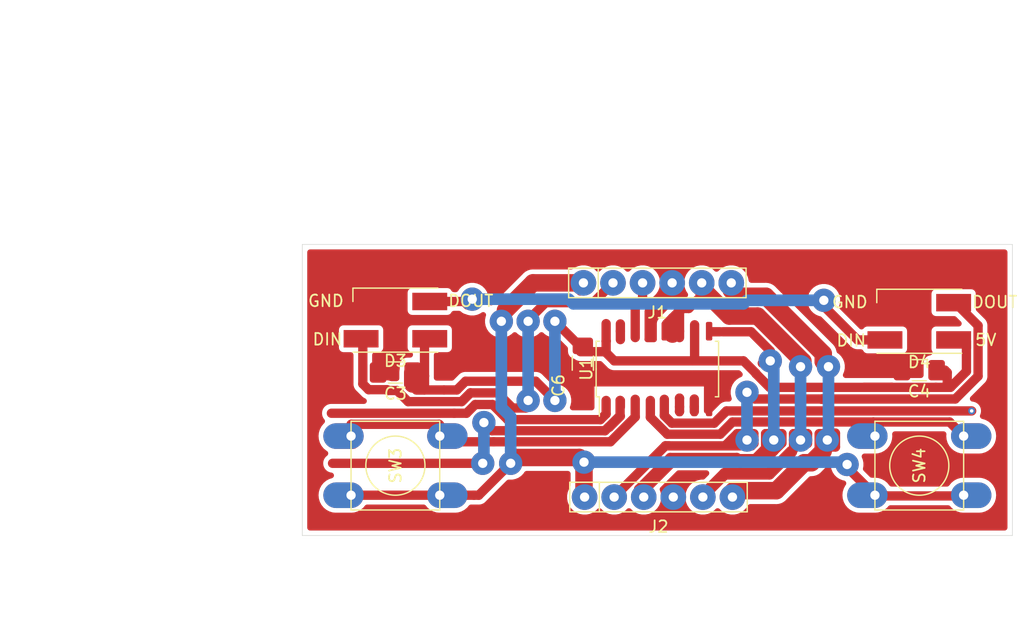
<source format=kicad_pcb>
(kicad_pcb (version 20171130) (host pcbnew "(5.1.6)-1")

  (general
    (thickness 1.6)
    (drawings 41)
    (tracks 305)
    (zones 0)
    (modules 10)
    (nets 18)
  )

  (page A4)
  (layers
    (0 F.Cu signal)
    (31 B.Cu signal)
    (32 B.Adhes user hide)
    (33 F.Adhes user hide)
    (34 B.Paste user hide)
    (35 F.Paste user hide)
    (36 B.SilkS user hide)
    (37 F.SilkS user)
    (38 B.Mask user hide)
    (39 F.Mask user hide)
    (40 Dwgs.User user)
    (41 Cmts.User user hide)
    (42 Eco1.User user hide)
    (43 Eco2.User user hide)
    (44 Edge.Cuts user)
    (45 Margin user hide)
    (46 B.CrtYd user hide)
    (47 F.CrtYd user hide)
    (48 B.Fab user hide)
    (49 F.Fab user hide)
  )

  (setup
    (last_trace_width 0.8)
    (user_trace_width 0.25)
    (user_trace_width 0.4)
    (user_trace_width 0.5)
    (user_trace_width 0.8)
    (user_trace_width 1)
    (user_trace_width 1.5)
    (user_trace_width 2)
    (trace_clearance 0.2)
    (zone_clearance 0.4)
    (zone_45_only no)
    (trace_min 0.2)
    (via_size 0.8)
    (via_drill 0.4)
    (via_min_size 0.4)
    (via_min_drill 0.3)
    (user_via 0.6 0.3)
    (user_via 0.8 0.4)
    (user_via 1 0.5)
    (user_via 2 0.8)
    (uvia_size 0.3)
    (uvia_drill 0.1)
    (uvias_allowed no)
    (uvia_min_size 0.2)
    (uvia_min_drill 0.1)
    (edge_width 0.05)
    (segment_width 0.2)
    (pcb_text_width 0.3)
    (pcb_text_size 1.5 1.5)
    (mod_edge_width 0.12)
    (mod_text_size 1 1)
    (mod_text_width 0.15)
    (pad_size 3 1.5)
    (pad_drill 0)
    (pad_to_mask_clearance 0.05)
    (aux_axis_origin 142 100)
    (grid_origin 142 100)
    (visible_elements 7FFFFFFF)
    (pcbplotparams
      (layerselection 0x01080_7fffffff)
      (usegerberextensions false)
      (usegerberattributes true)
      (usegerberadvancedattributes true)
      (creategerberjobfile false)
      (excludeedgelayer true)
      (linewidth 0.100000)
      (plotframeref false)
      (viasonmask true)
      (mode 1)
      (useauxorigin true)
      (hpglpennumber 1)
      (hpglpenspeed 20)
      (hpglpendiameter 15.000000)
      (psnegative false)
      (psa4output false)
      (plotreference true)
      (plotvalue true)
      (plotinvisibletext false)
      (padsonsilk false)
      (subtractmaskfromsilk false)
      (outputformat 1)
      (mirror false)
      (drillshape 0)
      (scaleselection 1)
      (outputdirectory "test_plot/"))
  )

  (net 0 "")
  (net 1 +5V)
  (net 2 GND)
  (net 3 "Net-(D3-Pad2)")
  (net 4 "Net-(SW1-Pad1)")
  (net 5 "Net-(SW2-Pad1)")
  (net 6 "Net-(SW3-Pad1)")
  (net 7 "Net-(SW4-Pad1)")
  (net 8 "Net-(SW5-Pad1)")
  (net 9 "Net-(U1-Pad6)")
  (net 10 "Net-(U1-Pad7)")
  (net 11 "Net-(U1-Pad15)")
  (net 12 LED_DIN)
  (net 13 LED_DOUT)
  (net 14 BTN_DIN)
  (net 15 BTN_CLK)
  (net 16 BTN_SENSE)
  (net 17 BTN_DOUT)

  (net_class Default "This is the default net class."
    (clearance 0.2)
    (trace_width 0.25)
    (via_dia 0.8)
    (via_drill 0.4)
    (uvia_dia 0.3)
    (uvia_drill 0.1)
    (add_net +5V)
    (add_net BTN_CLK)
    (add_net BTN_DIN)
    (add_net BTN_DOUT)
    (add_net BTN_SENSE)
    (add_net GND)
    (add_net LED_DIN)
    (add_net LED_DOUT)
    (add_net "Net-(D3-Pad2)")
    (add_net "Net-(U1-Pad15)")
    (add_net "Net-(U1-Pad6)")
    (add_net "Net-(U1-Pad7)")
  )

  (net_class small ""
    (clearance 0.15)
    (trace_width 0.4)
    (via_dia 0.6)
    (via_drill 0.3)
    (uvia_dia 0.3)
    (uvia_drill 0.1)
    (add_net "Net-(SW1-Pad1)")
    (add_net "Net-(SW2-Pad1)")
    (add_net "Net-(SW3-Pad1)")
    (add_net "Net-(SW4-Pad1)")
    (add_net "Net-(SW5-Pad1)")
  )

  (module Capacitor_SMD:C_1206_3216Metric_Pad1.42x1.75mm_HandSolder (layer F.Cu) (tedit 5B301BBE) (tstamp 660967AD)
    (at 166.1 85.2 270)
    (descr "Capacitor SMD 1206 (3216 Metric), square (rectangular) end terminal, IPC_7351 nominal with elongated pad for handsoldering. (Body size source: http://www.tortai-tech.com/upload/download/2011102023233369053.pdf), generated with kicad-footprint-generator")
    (tags "capacitor handsolder")
    (path /6611B57A)
    (attr smd)
    (fp_text reference C6 (at 1.9125 2.1 90) (layer F.SilkS)
      (effects (font (size 1 1) (thickness 0.15)))
    )
    (fp_text value 10uf (at 0 1.82 90) (layer F.Fab)
      (effects (font (size 1 1) (thickness 0.15)))
    )
    (fp_line (start -1.6 0.8) (end -1.6 -0.8) (layer F.Fab) (width 0.1))
    (fp_line (start -1.6 -0.8) (end 1.6 -0.8) (layer F.Fab) (width 0.1))
    (fp_line (start 1.6 -0.8) (end 1.6 0.8) (layer F.Fab) (width 0.1))
    (fp_line (start 1.6 0.8) (end -1.6 0.8) (layer F.Fab) (width 0.1))
    (fp_line (start -0.602064 -0.91) (end 0.602064 -0.91) (layer F.SilkS) (width 0.12))
    (fp_line (start -0.602064 0.91) (end 0.602064 0.91) (layer F.SilkS) (width 0.12))
    (fp_line (start -2.45 1.12) (end -2.45 -1.12) (layer F.CrtYd) (width 0.05))
    (fp_line (start -2.45 -1.12) (end 2.45 -1.12) (layer F.CrtYd) (width 0.05))
    (fp_line (start 2.45 -1.12) (end 2.45 1.12) (layer F.CrtYd) (width 0.05))
    (fp_line (start 2.45 1.12) (end -2.45 1.12) (layer F.CrtYd) (width 0.05))
    (fp_text user %R (at -0.0875 0 180) (layer F.Fab)
      (effects (font (size 0.8 0.8) (thickness 0.12)))
    )
    (pad 2 smd roundrect (at 1.4875 0 270) (size 1.425 1.75) (layers F.Cu F.Paste F.Mask) (roundrect_rratio 0.175439)
      (net 2 GND))
    (pad 1 smd roundrect (at -1.4875 0 270) (size 1.425 1.75) (layers F.Cu F.Paste F.Mask) (roundrect_rratio 0.175439)
      (net 1 +5V))
    (model ${KISYS3DMOD}/Capacitor_SMD.3dshapes/C_1206_3216Metric.wrl
      (at (xyz 0 0 0))
      (scale (xyz 1 1 1))
      (rotate (xyz 0 0 0))
    )
  )

  (module 0_my_footprints:myWS2812 (layer F.Cu) (tedit 67982A14) (tstamp 66074CA7)
    (at 150 81.5 180)
    (descr https://cdn-shop.adafruit.com/datasheets/WS2812B.pdf)
    (tags "LED RGB NeoPixel")
    (path /660FDBA6)
    (attr smd)
    (fp_text reference D3 (at 0 -3.5) (layer F.SilkS)
      (effects (font (size 1 1) (thickness 0.15)))
    )
    (fp_text value WS2812B (at 0 4) (layer F.Fab)
      (effects (font (size 1 1) (thickness 0.15)))
    )
    (fp_line (start 3.45 -2.75) (end -3.45 -2.75) (layer F.CrtYd) (width 0.05))
    (fp_line (start 3.45 2.75) (end 3.45 -2.75) (layer F.CrtYd) (width 0.05))
    (fp_line (start -3.45 2.75) (end 3.45 2.75) (layer F.CrtYd) (width 0.05))
    (fp_line (start -3.45 -2.75) (end -3.45 2.75) (layer F.CrtYd) (width 0.05))
    (fp_line (start 2.5 1.5) (end 1.5 2.5) (layer F.Fab) (width 0.1))
    (fp_line (start -2.5 -2.5) (end -2.5 2.5) (layer F.Fab) (width 0.1))
    (fp_line (start -2.5 2.5) (end 2.5 2.5) (layer F.Fab) (width 0.1))
    (fp_line (start 2.5 2.5) (end 2.5 -2.5) (layer F.Fab) (width 0.1))
    (fp_line (start 2.5 -2.5) (end -2.5 -2.5) (layer F.Fab) (width 0.1))
    (fp_line (start -3.65 -2.75) (end 3.65 -2.75) (layer F.SilkS) (width 0.12))
    (fp_line (start -3.65 2.75) (end 3.65 2.75) (layer F.SilkS) (width 0.12))
    (fp_line (start 3.65 2.75) (end 3.65 1.6) (layer F.SilkS) (width 0.12))
    (fp_circle (center 0 0) (end 0 -2) (layer F.Fab) (width 0.1))
    (fp_text user %R (at 0 0) (layer F.Fab)
      (effects (font (size 0.8 0.8) (thickness 0.15)))
    )
    (fp_text user GND (at 5.969 1.651) (layer F.SilkS)
      (effects (font (size 1 1) (thickness 0.15)))
    )
    (fp_text user DIN (at 5.842 -1.651) (layer F.SilkS)
      (effects (font (size 1 1) (thickness 0.15)))
    )
    (fp_text user DOUT (at -6.477 1.651) (layer F.SilkS)
      (effects (font (size 1 1) (thickness 0.15)))
    )
    (pad 3 smd rect (at 2.95 1.6 180) (size 3 1.5) (layers F.Cu F.Paste F.Mask)
      (net 2 GND))
    (pad 4 smd rect (at 2.95 -1.6 180) (size 3 1.5) (layers F.Cu F.Paste F.Mask)
      (net 12 LED_DIN))
    (pad 2 smd rect (at -2.95 1.6 180) (size 3 1.5) (layers F.Cu F.Paste F.Mask)
      (net 3 "Net-(D3-Pad2)"))
    (pad 1 smd rect (at -2.95 -1.6 180) (size 3 1.5) (layers F.Cu F.Paste F.Mask)
      (net 1 +5V))
    (model ${KISYS3DMOD}/LED_SMD.3dshapes/LED_WS2812B_PLCC4_5.0x5.0mm_P3.2mm.wrl
      (at (xyz 0 0 0))
      (scale (xyz 1 1 1))
      (rotate (xyz 0 0 0))
    )
  )

  (module 0_my_footprints:myWS2812 (layer F.Cu) (tedit 679829DC) (tstamp 66074CC1)
    (at 195 81.6 180)
    (descr https://cdn-shop.adafruit.com/datasheets/WS2812B.pdf)
    (tags "LED RGB NeoPixel")
    (path /660FE5F8)
    (attr smd)
    (fp_text reference D4 (at 0 -3.5) (layer F.SilkS)
      (effects (font (size 1 1) (thickness 0.15)))
    )
    (fp_text value WS2812B (at 0 4) (layer F.Fab)
      (effects (font (size 1 1) (thickness 0.15)))
    )
    (fp_circle (center 0 0) (end 0 -2) (layer F.Fab) (width 0.1))
    (fp_line (start 3.65 2.75) (end 3.65 1.6) (layer F.SilkS) (width 0.12))
    (fp_line (start -3.65 2.75) (end 3.65 2.75) (layer F.SilkS) (width 0.12))
    (fp_line (start -3.65 -2.75) (end 3.65 -2.75) (layer F.SilkS) (width 0.12))
    (fp_line (start 2.5 -2.5) (end -2.5 -2.5) (layer F.Fab) (width 0.1))
    (fp_line (start 2.5 2.5) (end 2.5 -2.5) (layer F.Fab) (width 0.1))
    (fp_line (start -2.5 2.5) (end 2.5 2.5) (layer F.Fab) (width 0.1))
    (fp_line (start -2.5 -2.5) (end -2.5 2.5) (layer F.Fab) (width 0.1))
    (fp_line (start 2.5 1.5) (end 1.5 2.5) (layer F.Fab) (width 0.1))
    (fp_line (start -3.45 -2.75) (end -3.45 2.75) (layer F.CrtYd) (width 0.05))
    (fp_line (start -3.45 2.75) (end 3.45 2.75) (layer F.CrtYd) (width 0.05))
    (fp_line (start 3.45 2.75) (end 3.45 -2.75) (layer F.CrtYd) (width 0.05))
    (fp_line (start 3.45 -2.75) (end -3.45 -2.75) (layer F.CrtYd) (width 0.05))
    (fp_text user DOUT (at -6.477 1.651) (layer F.SilkS)
      (effects (font (size 1 1) (thickness 0.15)))
    )
    (fp_text user DIN (at 5.842 -1.651) (layer F.SilkS)
      (effects (font (size 1 1) (thickness 0.15)))
    )
    (fp_text user GND (at 5.969 1.651) (layer F.SilkS)
      (effects (font (size 1 1) (thickness 0.15)))
    )
    (fp_text user %R (at 0 0) (layer F.Fab)
      (effects (font (size 0.8 0.8) (thickness 0.15)))
    )
    (fp_text user 5V (at -5.715 -1.6) (layer F.SilkS)
      (effects (font (size 1 1) (thickness 0.15)))
    )
    (pad 1 smd rect (at -2.95 -1.6 180) (size 3 1.5) (layers F.Cu F.Paste F.Mask)
      (net 1 +5V))
    (pad 2 smd rect (at -2.95 1.6 180) (size 3 1.5) (layers F.Cu F.Paste F.Mask)
      (net 13 LED_DOUT))
    (pad 4 smd rect (at 2.95 -1.6 180) (size 3 1.5) (layers F.Cu F.Paste F.Mask)
      (net 3 "Net-(D3-Pad2)"))
    (pad 3 smd rect (at 2.95 1.6 180) (size 3 1.5) (layers F.Cu F.Paste F.Mask)
      (net 2 GND))
    (model ${KISYS3DMOD}/LED_SMD.3dshapes/LED_WS2812B_PLCC4_5.0x5.0mm_P3.2mm.wrl
      (at (xyz 0 0 0))
      (scale (xyz 1 1 1))
      (rotate (xyz 0 0 0))
    )
  )

  (module 0_my_footprints:my6Pin-08mm (layer F.Cu) (tedit 66070774) (tstamp 66074CEB)
    (at 172.5 78.3)
    (path /6607CA55)
    (fp_text reference J1 (at 0 2.54) (layer F.SilkS)
      (effects (font (size 1 1) (thickness 0.15)))
    )
    (fp_text value Conn_01x06 (at 0 -2.54) (layer F.Fab)
      (effects (font (size 1 1) (thickness 0.15)))
    )
    (fp_line (start -5.08 -1.27) (end -5.08 1.27) (layer F.SilkS) (width 0.12))
    (fp_line (start -7.62 -1.27) (end -5.08 -1.27) (layer F.SilkS) (width 0.12))
    (fp_line (start 7.62 -1.27) (end -7.62 -1.27) (layer F.SilkS) (width 0.12))
    (fp_line (start 7.62 1.27) (end 7.62 -1.27) (layer F.SilkS) (width 0.12))
    (fp_line (start -7.62 1.27) (end 7.62 1.27) (layer F.SilkS) (width 0.12))
    (fp_line (start -7.62 -1.27) (end -7.62 1.27) (layer F.SilkS) (width 0.12))
    (pad 1 thru_hole circle (at -6.35 0) (size 2.2 2.2) (drill 0.8) (layers *.Cu *.Mask)
      (net 16 BTN_SENSE))
    (pad 2 thru_hole circle (at -3.81 0) (size 2.2 2.2) (drill 0.8) (layers *.Cu *.Mask)
      (net 12 LED_DIN))
    (pad 3 thru_hole circle (at -1.27 0) (size 2.2 2.2) (drill 0.8) (layers *.Cu *.Mask)
      (net 14 BTN_DIN))
    (pad 4 thru_hole circle (at 1.27 0) (size 2.2 2.2) (drill 0.8) (layers *.Cu *.Mask)
      (net 2 GND))
    (pad 5 thru_hole circle (at 3.81 0) (size 2.2 2.2) (drill 0.8) (layers *.Cu *.Mask)
      (net 15 BTN_CLK))
    (pad 6 thru_hole circle (at 6.35 0) (size 2.2 2.2) (drill 0.8) (layers *.Cu *.Mask)
      (net 1 +5V))
  )

  (module 0_my_footprints:my6Pin-08mm (layer F.Cu) (tedit 66070774) (tstamp 66074CFB)
    (at 172.6 96.7)
    (path /6608525E)
    (fp_text reference J2 (at 0 2.54) (layer F.SilkS)
      (effects (font (size 1 1) (thickness 0.15)))
    )
    (fp_text value Conn_01x06 (at 0 -2.54) (layer F.Fab)
      (effects (font (size 1 1) (thickness 0.15)))
    )
    (fp_line (start -7.62 -1.27) (end -7.62 1.27) (layer F.SilkS) (width 0.12))
    (fp_line (start -7.62 1.27) (end 7.62 1.27) (layer F.SilkS) (width 0.12))
    (fp_line (start 7.62 1.27) (end 7.62 -1.27) (layer F.SilkS) (width 0.12))
    (fp_line (start 7.62 -1.27) (end -7.62 -1.27) (layer F.SilkS) (width 0.12))
    (fp_line (start -7.62 -1.27) (end -5.08 -1.27) (layer F.SilkS) (width 0.12))
    (fp_line (start -5.08 -1.27) (end -5.08 1.27) (layer F.SilkS) (width 0.12))
    (pad 6 thru_hole circle (at 6.35 0) (size 2.2 2.2) (drill 0.8) (layers *.Cu *.Mask)
      (net 1 +5V))
    (pad 5 thru_hole circle (at 3.81 0) (size 2.2 2.2) (drill 0.8) (layers *.Cu *.Mask)
      (net 15 BTN_CLK))
    (pad 4 thru_hole circle (at 1.27 0) (size 2.2 2.2) (drill 0.8) (layers *.Cu *.Mask)
      (net 2 GND))
    (pad 3 thru_hole circle (at -1.27 0) (size 2.2 2.2) (drill 0.8) (layers *.Cu *.Mask)
      (net 17 BTN_DOUT))
    (pad 2 thru_hole circle (at -3.81 0) (size 2.2 2.2) (drill 0.8) (layers *.Cu *.Mask)
      (net 13 LED_DOUT))
    (pad 1 thru_hole circle (at -6.35 0) (size 2.2 2.2) (drill 0.8) (layers *.Cu *.Mask)
      (net 16 BTN_SENSE))
  )

  (module Capacitor_SMD:C_1206_3216Metric_Pad1.42x1.75mm_HandSolder (layer F.Cu) (tedit 5B301BBE) (tstamp 6609677A)
    (at 150 86 180)
    (descr "Capacitor SMD 1206 (3216 Metric), square (rectangular) end terminal, IPC_7351 nominal with elongated pad for handsoldering. (Body size source: http://www.tortai-tech.com/upload/download/2011102023233369053.pdf), generated with kicad-footprint-generator")
    (tags "capacitor handsolder")
    (path /66125891)
    (attr smd)
    (fp_text reference C3 (at 0 -1.82) (layer F.SilkS)
      (effects (font (size 1 1) (thickness 0.15)))
    )
    (fp_text value 100nf (at 0 1.82) (layer F.Fab)
      (effects (font (size 1 1) (thickness 0.15)))
    )
    (fp_line (start -1.6 0.8) (end -1.6 -0.8) (layer F.Fab) (width 0.1))
    (fp_line (start -1.6 -0.8) (end 1.6 -0.8) (layer F.Fab) (width 0.1))
    (fp_line (start 1.6 -0.8) (end 1.6 0.8) (layer F.Fab) (width 0.1))
    (fp_line (start 1.6 0.8) (end -1.6 0.8) (layer F.Fab) (width 0.1))
    (fp_line (start -0.602064 -0.91) (end 0.602064 -0.91) (layer F.SilkS) (width 0.12))
    (fp_line (start -0.602064 0.91) (end 0.602064 0.91) (layer F.SilkS) (width 0.12))
    (fp_line (start -2.45 1.12) (end -2.45 -1.12) (layer F.CrtYd) (width 0.05))
    (fp_line (start -2.45 -1.12) (end 2.45 -1.12) (layer F.CrtYd) (width 0.05))
    (fp_line (start 2.45 -1.12) (end 2.45 1.12) (layer F.CrtYd) (width 0.05))
    (fp_line (start 2.45 1.12) (end -2.45 1.12) (layer F.CrtYd) (width 0.05))
    (fp_text user %R (at 0 0) (layer F.Fab)
      (effects (font (size 0.8 0.8) (thickness 0.12)))
    )
    (pad 2 smd roundrect (at 1.4875 0 180) (size 1.425 1.75) (layers F.Cu F.Paste F.Mask) (roundrect_rratio 0.175439)
      (net 2 GND))
    (pad 1 smd roundrect (at -1.4875 0 180) (size 1.425 1.75) (layers F.Cu F.Paste F.Mask) (roundrect_rratio 0.175439)
      (net 1 +5V))
    (model ${KISYS3DMOD}/Capacitor_SMD.3dshapes/C_1206_3216Metric.wrl
      (at (xyz 0 0 0))
      (scale (xyz 1 1 1))
      (rotate (xyz 0 0 0))
    )
  )

  (module Capacitor_SMD:C_1206_3216Metric_Pad1.42x1.75mm_HandSolder (layer F.Cu) (tedit 5B301BBE) (tstamp 6609678B)
    (at 195 85.8 180)
    (descr "Capacitor SMD 1206 (3216 Metric), square (rectangular) end terminal, IPC_7351 nominal with elongated pad for handsoldering. (Body size source: http://www.tortai-tech.com/upload/download/2011102023233369053.pdf), generated with kicad-footprint-generator")
    (tags "capacitor handsolder")
    (path /66125E35)
    (attr smd)
    (fp_text reference C4 (at 0 -1.82) (layer F.SilkS)
      (effects (font (size 1 1) (thickness 0.15)))
    )
    (fp_text value 100nf (at 0 1.82) (layer F.Fab)
      (effects (font (size 1 1) (thickness 0.15)))
    )
    (fp_line (start -1.6 0.8) (end -1.6 -0.8) (layer F.Fab) (width 0.1))
    (fp_line (start -1.6 -0.8) (end 1.6 -0.8) (layer F.Fab) (width 0.1))
    (fp_line (start 1.6 -0.8) (end 1.6 0.8) (layer F.Fab) (width 0.1))
    (fp_line (start 1.6 0.8) (end -1.6 0.8) (layer F.Fab) (width 0.1))
    (fp_line (start -0.602064 -0.91) (end 0.602064 -0.91) (layer F.SilkS) (width 0.12))
    (fp_line (start -0.602064 0.91) (end 0.602064 0.91) (layer F.SilkS) (width 0.12))
    (fp_line (start -2.45 1.12) (end -2.45 -1.12) (layer F.CrtYd) (width 0.05))
    (fp_line (start -2.45 -1.12) (end 2.45 -1.12) (layer F.CrtYd) (width 0.05))
    (fp_line (start 2.45 -1.12) (end 2.45 1.12) (layer F.CrtYd) (width 0.05))
    (fp_line (start 2.45 1.12) (end -2.45 1.12) (layer F.CrtYd) (width 0.05))
    (fp_text user %R (at 0 0) (layer F.Fab)
      (effects (font (size 0.8 0.8) (thickness 0.12)))
    )
    (pad 2 smd roundrect (at 1.4875 0 180) (size 1.425 1.75) (layers F.Cu F.Paste F.Mask) (roundrect_rratio 0.175439)
      (net 2 GND))
    (pad 1 smd roundrect (at -1.4875 0 180) (size 1.425 1.75) (layers F.Cu F.Paste F.Mask) (roundrect_rratio 0.175439)
      (net 1 +5V))
    (model ${KISYS3DMOD}/Capacitor_SMD.3dshapes/C_1206_3216Metric.wrl
      (at (xyz 0 0 0))
      (scale (xyz 1 1 1))
      (rotate (xyz 0 0 0))
    )
  )

  (module 0_my_footprints:mySwitchSoft (layer F.Cu) (tedit 6606E9DA) (tstamp 6797FF46)
    (at 150 94 270)
    (path /66092C2E)
    (fp_text reference SW3 (at 0 0 90) (layer F.SilkS)
      (effects (font (size 1 1) (thickness 0.15)))
    )
    (fp_text value SW1 (at 0 -6.35 90) (layer F.Fab)
      (effects (font (size 1 1) (thickness 0.15)))
    )
    (fp_line (start -3.81 -3.81) (end -3.81 3.81) (layer F.SilkS) (width 0.12))
    (fp_line (start -3.81 3.81) (end 3.81 3.81) (layer F.SilkS) (width 0.12))
    (fp_line (start 3.81 3.81) (end 3.81 -3.81) (layer F.SilkS) (width 0.12))
    (fp_line (start 3.81 -3.81) (end -3.81 -3.81) (layer F.SilkS) (width 0.12))
    (fp_circle (center 0 0) (end 0 -2.54) (layer F.SilkS) (width 0.12))
    (pad 2 thru_hole oval (at 2.54 -3.81 270) (size 2.2 3.47) (drill 0.8 (offset 0 -0.65)) (layers *.Cu *.Mask)
      (net 16 BTN_SENSE))
    (pad 1 thru_hole oval (at -2.54 -3.81 270) (size 2.2 3.47) (drill 0.8 (offset 0 -0.65)) (layers *.Cu *.Mask)
      (net 6 "Net-(SW3-Pad1)"))
    (pad 2 thru_hole oval (at 2.54 3.81 270) (size 2.2 3.47) (drill 0.8 (offset 0 0.65)) (layers *.Cu *.Mask)
      (net 16 BTN_SENSE))
    (pad 1 thru_hole oval (at -2.54 3.81 270) (size 2.2 3.47) (drill 0.8 (offset 0 0.65)) (layers *.Cu *.Mask)
      (net 6 "Net-(SW3-Pad1)"))
    (model C:/src/kiCad/libraries/my_3d_files/switch_soft.step
      (at (xyz 0 0 0))
      (scale (xyz 1 1 1))
      (rotate (xyz 0 0 0))
    )
  )

  (module 0_my_footprints:mySwitchSoft (layer F.Cu) (tedit 6606E9DA) (tstamp 6797FF52)
    (at 195 94 270)
    (path /66092F3E)
    (fp_text reference SW4 (at 0 0 90) (layer F.SilkS)
      (effects (font (size 1 1) (thickness 0.15)))
    )
    (fp_text value SW1 (at 0 -6.35 90) (layer F.Fab)
      (effects (font (size 1 1) (thickness 0.15)))
    )
    (fp_circle (center 0 0) (end 0 -2.54) (layer F.SilkS) (width 0.12))
    (fp_line (start 3.81 -3.81) (end -3.81 -3.81) (layer F.SilkS) (width 0.12))
    (fp_line (start 3.81 3.81) (end 3.81 -3.81) (layer F.SilkS) (width 0.12))
    (fp_line (start -3.81 3.81) (end 3.81 3.81) (layer F.SilkS) (width 0.12))
    (fp_line (start -3.81 -3.81) (end -3.81 3.81) (layer F.SilkS) (width 0.12))
    (pad 1 thru_hole oval (at -2.54 3.81 270) (size 2.2 3.47) (drill 0.8 (offset 0 0.65)) (layers *.Cu *.Mask)
      (net 7 "Net-(SW4-Pad1)"))
    (pad 2 thru_hole oval (at 2.54 3.81 270) (size 2.2 3.47) (drill 0.8 (offset 0 0.65)) (layers *.Cu *.Mask)
      (net 16 BTN_SENSE))
    (pad 1 thru_hole oval (at -2.54 -3.81 270) (size 2.2 3.47) (drill 0.8 (offset 0 -0.65)) (layers *.Cu *.Mask)
      (net 7 "Net-(SW4-Pad1)"))
    (pad 2 thru_hole oval (at 2.54 -3.81 270) (size 2.2 3.47) (drill 0.8 (offset 0 -0.65)) (layers *.Cu *.Mask)
      (net 16 BTN_SENSE))
    (model C:/src/kiCad/libraries/my_3d_files/switch_soft.step
      (at (xyz 0 0 0))
      (scale (xyz 1 1 1))
      (rotate (xyz 0 0 0))
    )
  )

  (module Package_SO:SOIC-16_4.55x10.3mm_P1.27mm (layer F.Cu) (tedit 5D9F72B1) (tstamp 6797FF5E)
    (at 172.5 85.7 90)
    (descr "SOIC, 16 Pin (https://toshiba.semicon-storage.com/info/docget.jsp?did=12858&prodName=TLP291-4), generated with kicad-footprint-generator ipc_gullwing_generator.py")
    (tags "SOIC SO")
    (path /6606EAF8)
    (attr smd)
    (fp_text reference U1 (at 0 -6.1 90) (layer F.SilkS)
      (effects (font (size 1 1) (thickness 0.15)))
    )
    (fp_text value 74HC595 (at 0 6.1 90) (layer F.Fab)
      (effects (font (size 1 1) (thickness 0.15)))
    )
    (fp_line (start 4.3 -5.4) (end -4.3 -5.4) (layer F.CrtYd) (width 0.05))
    (fp_line (start 4.3 5.4) (end 4.3 -5.4) (layer F.CrtYd) (width 0.05))
    (fp_line (start -4.3 5.4) (end 4.3 5.4) (layer F.CrtYd) (width 0.05))
    (fp_line (start -4.3 -5.4) (end -4.3 5.4) (layer F.CrtYd) (width 0.05))
    (fp_line (start -2.275 -4.15) (end -1.275 -5.15) (layer F.Fab) (width 0.1))
    (fp_line (start -2.275 5.15) (end -2.275 -4.15) (layer F.Fab) (width 0.1))
    (fp_line (start 2.275 5.15) (end -2.275 5.15) (layer F.Fab) (width 0.1))
    (fp_line (start 2.275 -5.15) (end 2.275 5.15) (layer F.Fab) (width 0.1))
    (fp_line (start -1.275 -5.15) (end 2.275 -5.15) (layer F.Fab) (width 0.1))
    (fp_line (start -2.385 -4.98) (end -4.05 -4.98) (layer F.SilkS) (width 0.12))
    (fp_line (start -2.385 -5.26) (end -2.385 -4.98) (layer F.SilkS) (width 0.12))
    (fp_line (start 0 -5.26) (end -2.385 -5.26) (layer F.SilkS) (width 0.12))
    (fp_line (start 2.385 -5.26) (end 2.385 -4.98) (layer F.SilkS) (width 0.12))
    (fp_line (start 0 -5.26) (end 2.385 -5.26) (layer F.SilkS) (width 0.12))
    (fp_line (start -2.385 5.26) (end -2.385 4.98) (layer F.SilkS) (width 0.12))
    (fp_line (start 0 5.26) (end -2.385 5.26) (layer F.SilkS) (width 0.12))
    (fp_line (start 2.385 5.26) (end 2.385 4.98) (layer F.SilkS) (width 0.12))
    (fp_line (start 0 5.26) (end 2.385 5.26) (layer F.SilkS) (width 0.12))
    (fp_text user %R (at 0 0 90) (layer F.Fab)
      (effects (font (size 1 1) (thickness 0.15)))
    )
    (pad 1 smd roundrect (at -3.25 -4.445 90) (size 1.6 0.55) (layers F.Cu F.Paste F.Mask) (roundrect_rratio 0.25)
      (net 4 "Net-(SW1-Pad1)"))
    (pad 2 smd roundrect (at -3.25 -3.175 90) (size 1.6 0.55) (layers F.Cu F.Paste F.Mask) (roundrect_rratio 0.25)
      (net 5 "Net-(SW2-Pad1)"))
    (pad 3 smd roundrect (at -3.25 -1.905 90) (size 1.6 0.55) (layers F.Cu F.Paste F.Mask) (roundrect_rratio 0.25)
      (net 6 "Net-(SW3-Pad1)"))
    (pad 4 smd roundrect (at -3.25 -0.635 90) (size 1.6 0.55) (layers F.Cu F.Paste F.Mask) (roundrect_rratio 0.25)
      (net 7 "Net-(SW4-Pad1)"))
    (pad 5 smd roundrect (at -3.25 0.635 90) (size 1.6 0.55) (layers F.Cu F.Paste F.Mask) (roundrect_rratio 0.25)
      (net 8 "Net-(SW5-Pad1)"))
    (pad 6 smd roundrect (at -3.25 1.905 90) (size 1.6 0.55) (layers F.Cu F.Paste F.Mask) (roundrect_rratio 0.25)
      (net 9 "Net-(U1-Pad6)"))
    (pad 7 smd roundrect (at -3.25 3.175 90) (size 1.6 0.55) (layers F.Cu F.Paste F.Mask) (roundrect_rratio 0.25)
      (net 10 "Net-(U1-Pad7)"))
    (pad 8 smd roundrect (at -3.25 4.445 90) (size 1.6 0.55) (layers F.Cu F.Paste F.Mask) (roundrect_rratio 0.25)
      (net 2 GND))
    (pad 9 smd roundrect (at 3.25 4.445 90) (size 1.6 0.55) (layers F.Cu F.Paste F.Mask) (roundrect_rratio 0.25)
      (net 17 BTN_DOUT))
    (pad 10 smd roundrect (at 3.25 3.175 90) (size 1.6 0.55) (layers F.Cu F.Paste F.Mask) (roundrect_rratio 0.25)
      (net 1 +5V))
    (pad 11 smd roundrect (at 3.25 1.905 90) (size 1.6 0.55) (layers F.Cu F.Paste F.Mask) (roundrect_rratio 0.25)
      (net 15 BTN_CLK))
    (pad 12 smd roundrect (at 3.25 0.635 90) (size 1.6 0.55) (layers F.Cu F.Paste F.Mask) (roundrect_rratio 0.25)
      (net 15 BTN_CLK))
    (pad 13 smd roundrect (at 3.25 -0.635 90) (size 1.6 0.55) (layers F.Cu F.Paste F.Mask) (roundrect_rratio 0.25)
      (net 2 GND))
    (pad 14 smd roundrect (at 3.25 -1.905 90) (size 1.6 0.55) (layers F.Cu F.Paste F.Mask) (roundrect_rratio 0.25)
      (net 14 BTN_DIN))
    (pad 15 smd roundrect (at 3.25 -3.175 90) (size 1.6 0.55) (layers F.Cu F.Paste F.Mask) (roundrect_rratio 0.25)
      (net 11 "Net-(U1-Pad15)"))
    (pad 16 smd roundrect (at 3.25 -4.445 90) (size 1.6 0.55) (layers F.Cu F.Paste F.Mask) (roundrect_rratio 0.25)
      (net 1 +5V))
    (model ${KISYS3DMOD}/Package_SO.3dshapes/SOIC-16_4.55x10.3mm_P1.27mm.wrl
      (at (xyz 0 0 0))
      (scale (xyz 1 1 1))
      (rotate (xyz 0 0 0))
    )
  )

  (dimension 61 (width 0.15) (layer Dwgs.User)
    (gr_text "61.000 mm" (at 172.5 109.3) (layer Dwgs.User)
      (effects (font (size 1 1) (thickness 0.15)))
    )
    (feature1 (pts (xy 203 100) (xy 203 108.586421)))
    (feature2 (pts (xy 142 100) (xy 142 108.586421)))
    (crossbar (pts (xy 142 108) (xy 203 108)))
    (arrow1a (pts (xy 203 108) (xy 201.873496 108.586421)))
    (arrow1b (pts (xy 203 108) (xy 201.873496 107.413579)))
    (arrow2a (pts (xy 142 108) (xy 143.126504 108.586421)))
    (arrow2b (pts (xy 142 108) (xy 143.126504 107.413579)))
  )
  (gr_line (start 203 75) (end 142 75) (layer Edge.Cuts) (width 0.05) (tstamp 679833EB))
  (gr_line (start 142 100) (end 203 100) (layer Edge.Cuts) (width 0.05) (tstamp 679833EA))
  (gr_line (start 142 100) (end 142 75) (layer Edge.Cuts) (width 0.05))
  (gr_line (start 203 100) (end 203 75) (layer Edge.Cuts) (width 0.05))
  (gr_line (start 172.5 74.8) (end 172.5 99.8) (layer Dwgs.User) (width 0.15))
  (dimension 22.5 (width 0.15) (layer Dwgs.User)
    (gr_text "22.500 mm" (at 161.25 54.7) (layer Dwgs.User)
      (effects (font (size 1 1) (thickness 0.15)))
    )
    (feature1 (pts (xy 172.5 75) (xy 172.5 55.413579)))
    (feature2 (pts (xy 150 75) (xy 150 55.413579)))
    (crossbar (pts (xy 150 56) (xy 172.5 56)))
    (arrow1a (pts (xy 172.5 56) (xy 171.373496 56.586421)))
    (arrow1b (pts (xy 172.5 56) (xy 171.373496 55.413579)))
    (arrow2a (pts (xy 150 56) (xy 151.126504 56.586421)))
    (arrow2b (pts (xy 150 56) (xy 151.126504 55.413579)))
  )
  (gr_line (start 155 0) (end 155 -25) (layer Eco2.User) (width 0.15) (tstamp 677CDA63))
  (dimension 20 (width 0.15) (layer Eco2.User)
    (gr_text "20.000 mm" (at 100 6.8) (layer Eco2.User)
      (effects (font (size 1 1) (thickness 0.15)))
    )
    (feature1 (pts (xy 110 0) (xy 110 6.086421)))
    (feature2 (pts (xy 90 0) (xy 90 6.086421)))
    (crossbar (pts (xy 90 5.5) (xy 110 5.5)))
    (arrow1a (pts (xy 110 5.5) (xy 108.873496 6.086421)))
    (arrow1b (pts (xy 110 5.5) (xy 108.873496 4.913579)))
    (arrow2a (pts (xy 90 5.5) (xy 91.126504 6.086421)))
    (arrow2b (pts (xy 90 5.5) (xy 91.126504 4.913579)))
  )
  (dimension 12.5 (width 0.15) (layer Eco2.User)
    (gr_text "12.500 mm" (at 38.75 6.8) (layer Eco2.User)
      (effects (font (size 1 1) (thickness 0.15)))
    )
    (feature1 (pts (xy 45 0) (xy 45 6.086421)))
    (feature2 (pts (xy 32.5 0) (xy 32.5 6.086421)))
    (crossbar (pts (xy 32.5 5.5) (xy 45 5.5)))
    (arrow1a (pts (xy 45 5.5) (xy 43.873496 6.086421)))
    (arrow1b (pts (xy 45 5.5) (xy 43.873496 4.913579)))
    (arrow2a (pts (xy 32.5 5.5) (xy 33.626504 6.086421)))
    (arrow2b (pts (xy 32.5 5.5) (xy 33.626504 4.913579)))
  )
  (dimension 45 (width 0.15) (layer Eco2.User)
    (gr_text "45.000 mm" (at 67.5 6.8) (layer Eco2.User)
      (effects (font (size 1 1) (thickness 0.15)))
    )
    (feature1 (pts (xy 90 0) (xy 90 6.086421)))
    (feature2 (pts (xy 45 0) (xy 45 6.086421)))
    (crossbar (pts (xy 45 5.5) (xy 90 5.5)))
    (arrow1a (pts (xy 90 5.5) (xy 88.873496 6.086421)))
    (arrow1b (pts (xy 90 5.5) (xy 88.873496 4.913579)))
    (arrow2a (pts (xy 45 5.5) (xy 46.126504 6.086421)))
    (arrow2b (pts (xy 45 5.5) (xy 46.126504 4.913579)))
  )
  (dimension 25 (width 0.15) (layer Dwgs.User)
    (gr_text "25.000 mm" (at 119.7 87.5 270) (layer Dwgs.User)
      (effects (font (size 1 1) (thickness 0.15)))
    )
    (feature1 (pts (xy 142 100) (xy 120.413579 100)))
    (feature2 (pts (xy 142 75) (xy 120.413579 75)))
    (crossbar (pts (xy 121 75) (xy 121 100)))
    (arrow1a (pts (xy 121 100) (xy 120.413579 98.873496)))
    (arrow1b (pts (xy 121 100) (xy 121.586421 98.873496)))
    (arrow2a (pts (xy 121 75) (xy 120.413579 76.126504)))
    (arrow2b (pts (xy 121 75) (xy 121.586421 76.126504)))
  )
  (dimension 32.5 (width 0.15) (layer Eco2.User)
    (gr_text "32.500 mm" (at 16.25 6.8) (layer Eco2.User)
      (effects (font (size 1 1) (thickness 0.15)))
    )
    (feature1 (pts (xy 32.5 0) (xy 32.5 6.086421)))
    (feature2 (pts (xy 0 0) (xy 0 6.086421)))
    (crossbar (pts (xy 0 5.5) (xy 32.5 5.5)))
    (arrow1a (pts (xy 32.5 5.5) (xy 31.373496 6.086421)))
    (arrow1b (pts (xy 32.5 5.5) (xy 31.373496 4.913579)))
    (arrow2a (pts (xy 0 5.5) (xy 1.126504 6.086421)))
    (arrow2b (pts (xy 0 5.5) (xy 1.126504 4.913579)))
  )
  (dimension 20 (width 0.15) (layer Eco2.User)
    (gr_text "20.000 mm" (at 10 -36.3) (layer Eco2.User)
      (effects (font (size 1 1) (thickness 0.15)))
    )
    (feature1 (pts (xy 20 -25) (xy 20 -35.586421)))
    (feature2 (pts (xy 0 -25) (xy 0 -35.586421)))
    (crossbar (pts (xy 0 -35) (xy 20 -35)))
    (arrow1a (pts (xy 20 -35) (xy 18.873496 -34.413579)))
    (arrow1b (pts (xy 20 -35) (xy 18.873496 -35.586421)))
    (arrow2a (pts (xy 0 -35) (xy 1.126504 -34.413579)))
    (arrow2b (pts (xy 0 -35) (xy 1.126504 -35.586421)))
  )
  (dimension 8.5 (width 0.15) (layer Eco2.User)
    (gr_text "8.500 mm" (at -15.3 -20.75 270) (layer Eco2.User)
      (effects (font (size 1 1) (thickness 0.15)))
    )
    (feature1 (pts (xy 0 -16.5) (xy -14.586421 -16.5)))
    (feature2 (pts (xy 0 -25) (xy -14.586421 -25)))
    (crossbar (pts (xy -14 -25) (xy -14 -16.5)))
    (arrow1a (pts (xy -14 -16.5) (xy -14.586421 -17.626504)))
    (arrow1b (pts (xy -14 -16.5) (xy -13.413579 -17.626504)))
    (arrow2a (pts (xy -14 -25) (xy -14.586421 -23.873496)))
    (arrow2b (pts (xy -14 -25) (xy -13.413579 -23.873496)))
  )
  (dimension 6 (width 0.15) (layer Eco2.User)
    (gr_text "6.000 mm" (at -15.3 -3 90) (layer Eco2.User)
      (effects (font (size 1 1) (thickness 0.15)))
    )
    (feature1 (pts (xy 0.003289 -6) (xy -14.586421 -6)))
    (feature2 (pts (xy 0.003289 0) (xy -14.586421 0)))
    (crossbar (pts (xy -14 0) (xy -14 -6)))
    (arrow1a (pts (xy -14 -6) (xy -13.413579 -4.873496)))
    (arrow1b (pts (xy -14 -6) (xy -14.586421 -4.873496)))
    (arrow2a (pts (xy -14 0) (xy -13.413579 -1.126504)))
    (arrow2b (pts (xy -14 0) (xy -14.586421 -1.126504)))
  )
  (gr_line (start 200 0) (end 180 0) (layer Eco2.User) (width 0.15) (tstamp 66076F89))
  (gr_line (start 200 -25) (end 200 0) (layer Eco2.User) (width 0.15))
  (gr_line (start 180 -25) (end 200 -25) (layer Eco2.User) (width 0.15))
  (gr_line (start 180 0) (end 180 -25) (layer Eco2.User) (width 0.15))
  (gr_line (start 155 -25) (end 135 -25) (layer Eco2.User) (width 0.15) (tstamp 66076F88))
  (gr_line (start 135 0) (end 155 0) (layer Eco2.User) (width 0.15))
  (gr_line (start 135 -25) (end 135 0) (layer Eco2.User) (width 0.15))
  (gr_line (start 110 0) (end 90 0) (layer Eco2.User) (width 0.15) (tstamp 66076F85))
  (gr_line (start 110 -25) (end 110 0) (layer Eco2.User) (width 0.15))
  (gr_line (start 90 -25) (end 110 -25) (layer Eco2.User) (width 0.15))
  (gr_line (start 90 0) (end 90 -25) (layer Eco2.User) (width 0.15))
  (gr_line (start 65 -25) (end 45 -25) (layer Eco2.User) (width 0.15) (tstamp 66076F84))
  (gr_line (start 65 0) (end 65 -25) (layer Eco2.User) (width 0.15))
  (gr_line (start 45 0) (end 65 0) (layer Eco2.User) (width 0.15))
  (gr_line (start 45 -25) (end 45 0) (layer Eco2.User) (width 0.15))
  (gr_line (start 20 -25) (end 0 -25) (layer Eco2.User) (width 0.15) (tstamp 66076F83))
  (gr_line (start 20 0) (end 20 -25) (layer Eco2.User) (width 0.15))
  (gr_line (start 0 0) (end 20 0) (layer Eco2.User) (width 0.15))
  (gr_line (start 0 -25) (end 0 0) (layer Eco2.User) (width 0.15))
  (gr_line (start 200 -12.5) (end 0 -12.5) (layer Eco1.User) (width 0.15))
  (gr_line (start 190 -25) (end 190 0) (layer Eco1.User) (width 0.15))
  (gr_line (start 145 -25) (end 145 0) (layer Eco1.User) (width 0.15))
  (gr_line (start 100 -25) (end 100 0) (layer Eco1.User) (width 0.15))
  (gr_line (start 55 -25) (end 55 0) (layer Eco1.User) (width 0.15))
  (gr_line (start 10 -25) (end 10 0) (layer Eco1.User) (width 0.15))

  (segment (start 168.0875 83.3125) (end 168.1 83.3) (width 0.8) (layer F.Cu) (net 1))
  (segment (start 165.9 84.2125) (end 168.0875 84.2125) (width 0.8) (layer F.Cu) (net 1))
  (segment (start 168.1 83.3) (end 168.1 81.8) (width 0.8) (layer F.Cu) (net 1))
  (segment (start 168.1 83.3) (end 168.1 84.3) (width 0.8) (layer F.Cu) (net 1))
  (segment (start 178.95 96.6) (end 178.95 96.55) (width 1.5) (layer F.Cu) (net 1))
  (via (at 187.2 85.5) (size 2) (drill 0.8) (layers F.Cu B.Cu) (net 1))
  (via (at 187.1 91.8) (size 2) (drill 0.8) (layers F.Cu B.Cu) (net 1))
  (segment (start 190.27501 87.27501) (end 192.62499 87.27501) (width 0.8) (layer F.Cu) (net 1))
  (segment (start 192.62499 87.27501) (end 196.42499 87.27501) (width 0.8) (layer F.Cu) (net 1))
  (segment (start 178.95 96.7) (end 179 96.7) (width 2) (layer F.Cu) (net 1))
  (segment (start 197.95 83.2) (end 197.95 83.45) (width 0.8) (layer F.Cu) (net 1))
  (segment (start 197.67501 87.27501) (end 196.42499 87.27501) (width 0.8) (layer F.Cu) (net 1))
  (segment (start 178.95 96.7) (end 178.95 96.25) (width 1.5) (layer F.Cu) (net 1))
  (segment (start 178.95 96.25) (end 179.04999 96.15001) (width 1.5) (layer F.Cu) (net 1))
  (segment (start 179.04999 96.15001) (end 182.716615 96.15001) (width 1.5) (layer F.Cu) (net 1))
  (segment (start 182.716615 96.15001) (end 185.116623 93.750001) (width 1.5) (layer F.Cu) (net 1))
  (segment (start 185.736001 93.750001) (end 185.116623 93.750001) (width 1.5) (layer F.Cu) (net 1))
  (segment (start 186.750001 92.736001) (end 185.736001 93.750001) (width 1.5) (layer F.Cu) (net 1))
  (segment (start 187.1 91.6) (end 187.44998 91.25002) (width 0.8) (layer F.Cu) (net 1))
  (segment (start 187.1 91.8) (end 187.1 91.6) (width 0.8) (layer F.Cu) (net 1))
  (segment (start 187.24998 91.2) (end 187.8 91.2) (width 0.8) (layer F.Cu) (net 1))
  (segment (start 187.8 91.25002) (end 187.8 92.4) (width 0.8) (layer F.Cu) (net 1))
  (segment (start 187.086002 92.4) (end 186.750001 92.736001) (width 0.8) (layer F.Cu) (net 1))
  (segment (start 187.8 92.4) (end 186.886002 92.4) (width 0.8) (layer F.Cu) (net 1))
  (segment (start 187.1 91.8) (end 186.5 91.8) (width 0.8) (layer F.Cu) (net 1))
  (segment (start 186.4 91.3) (end 186.4 92.413998) (width 0.8) (layer F.Cu) (net 1))
  (segment (start 187.05002 91.25002) (end 186.4 91.25002) (width 0.8) (layer F.Cu) (net 1))
  (segment (start 187.1 91.8) (end 187.1 91.3) (width 0.8) (layer F.Cu) (net 1))
  (segment (start 187.1 91.3) (end 187.05002 91.25002) (width 0.8) (layer F.Cu) (net 1))
  (segment (start 178.85 78.3) (end 178.85 78.91338) (width 1.5) (layer F.Cu) (net 1))
  (segment (start 186.750001 85.050001) (end 187.2 85.5) (width 1.5) (layer F.Cu) (net 1))
  (segment (start 186.750001 84.383376) (end 186.750001 85.050001) (width 1.5) (layer F.Cu) (net 1))
  (segment (start 181.816615 79.44999) (end 186.750001 84.383376) (width 1.5) (layer F.Cu) (net 1))
  (segment (start 178.85 78.91338) (end 179.38661 79.44999) (width 1.5) (layer F.Cu) (net 1))
  (segment (start 179.38661 79.44999) (end 181.816615 79.44999) (width 1.5) (layer F.Cu) (net 1))
  (segment (start 182.143012 87.27501) (end 180.968001 86.099999) (width 0.8) (layer F.Cu) (net 1))
  (segment (start 182.82499 87.27501) (end 182.143012 87.27501) (width 0.8) (layer F.Cu) (net 1))
  (segment (start 182.37501 87.27501) (end 182.82499 87.27501) (width 0.8) (layer F.Cu) (net 1))
  (via (at 163.7 88.4) (size 2) (drill 0.8) (layers F.Cu B.Cu) (net 1))
  (via (at 163.7 81.6) (size 2) (drill 0.8) (layers F.Cu B.Cu) (net 1))
  (segment (start 152.95 83.1) (end 152.95 83.15) (width 0.8) (layer F.Cu) (net 1))
  (segment (start 152.95 83.15) (end 152.5 83.6) (width 0.8) (layer F.Cu) (net 1))
  (segment (start 151.4875 86) (end 151.4875 86.9875) (width 1.5) (layer F.Cu) (net 1))
  (segment (start 187.2 87.25002) (end 187.22499 87.27501) (width 0.8) (layer F.Cu) (net 1))
  (segment (start 187.2 85.5) (end 187.2 87.25002) (width 0.8) (layer F.Cu) (net 1))
  (segment (start 182.82499 87.27501) (end 187.22499 87.27501) (width 0.8) (layer F.Cu) (net 1))
  (segment (start 187.22499 87.27501) (end 192.62499 87.27501) (width 0.8) (layer F.Cu) (net 1))
  (segment (start 187.2 91.7) (end 187.1 91.8) (width 1) (layer B.Cu) (net 1))
  (segment (start 187.2 85.5) (end 187.2 91.7) (width 1) (layer B.Cu) (net 1))
  (segment (start 180.968001 86.099999) (end 180.968001 86.068001) (width 0.8) (layer F.Cu) (net 1))
  (segment (start 180.968001 86.068001) (end 179.9 85) (width 0.8) (layer F.Cu) (net 1))
  (segment (start 168.8 85) (end 168.1 84.3) (width 0.8) (layer F.Cu) (net 1))
  (segment (start 175.7 81.9) (end 175.7 84.8) (width 0.8) (layer F.Cu) (net 1))
  (segment (start 179.9 85) (end 175.5 85) (width 0.8) (layer F.Cu) (net 1))
  (segment (start 175.7 84.8) (end 175.5 85) (width 0.8) (layer F.Cu) (net 1))
  (segment (start 175.5 85) (end 168.8 85) (width 0.8) (layer F.Cu) (net 1))
  (segment (start 152.2 86) (end 152.5 86.3) (width 0.8) (layer F.Cu) (net 1))
  (segment (start 151.4875 86) (end 152.2 86) (width 0.8) (layer F.Cu) (net 1))
  (segment (start 152.5 83.6) (end 152.5 86.3) (width 0.8) (layer F.Cu) (net 1))
  (segment (start 152.5 86.3) (end 152.5 87.5) (width 0.8) (layer F.Cu) (net 1))
  (segment (start 151.8 87.5) (end 152.5 87.5) (width 0.8) (layer F.Cu) (net 1))
  (segment (start 151.8 87.5) (end 154.177545 87.5) (width 0.8) (layer F.Cu) (net 1))
  (segment (start 163.7 88.3) (end 163.8 88.4) (width 1) (layer B.Cu) (net 1))
  (segment (start 163.7 81.8) (end 163.7 88.3) (width 1) (layer B.Cu) (net 1))
  (segment (start 197.2 85.8) (end 197.4 86) (width 0.8) (layer F.Cu) (net 1))
  (segment (start 196.4875 85.8) (end 197.2 85.8) (width 0.8) (layer F.Cu) (net 1))
  (segment (start 197.4 86) (end 197.4 87.25002) (width 0.8) (layer F.Cu) (net 1))
  (segment (start 154.177545 87.5) (end 155.277544 87.5) (width 0.8) (layer F.Cu) (net 1))
  (segment (start 156.027565 86.749979) (end 162.049979 86.749979) (width 0.8) (layer F.Cu) (net 1))
  (segment (start 162.049979 86.749979) (end 163.7 88.4) (width 0.8) (layer F.Cu) (net 1))
  (segment (start 155.277544 87.5) (end 156.027565 86.749979) (width 0.8) (layer F.Cu) (net 1))
  (segment (start 165.8125 83.7125) (end 163.7 81.6) (width 0.8) (layer F.Cu) (net 1))
  (segment (start 166.1 83.7125) (end 165.8125 83.7125) (width 0.8) (layer F.Cu) (net 1))
  (segment (start 197.4 87.25002) (end 197.700001 87.25002) (width 0.8) (layer F.Cu) (net 1))
  (segment (start 197.700001 87.25002) (end 199.049991 85.90003) (width 0.8) (layer F.Cu) (net 1))
  (segment (start 199.049991 85.90003) (end 199.049991 83.3) (width 0.8) (layer F.Cu) (net 1))
  (via (at 180.2 87.7) (size 2) (drill 0.8) (layers F.Cu B.Cu) (net 13))
  (segment (start 192.05 83.2) (end 189.7 83.2) (width 0.8) (layer F.Cu) (net 3))
  (segment (start 189.7 83.2) (end 186.8 80.3) (width 0.8) (layer F.Cu) (net 3))
  (segment (start 152.95 79.9) (end 155.9 79.9) (width 0.8) (layer F.Cu) (net 3))
  (segment (start 155.9 79.9) (end 156.2 80.2) (width 0.8) (layer F.Cu) (net 3))
  (segment (start 186.8 80.3) (end 186.8 80.3) (width 0.8) (layer F.Cu) (net 3) (tstamp 679807CD))
  (via (at 186.8 79.8) (size 2) (drill 0.8) (layers F.Cu B.Cu) (net 3))
  (segment (start 156.2 80.2) (end 156.2 80.2) (width 0.8) (layer F.Cu) (net 3) (tstamp 679807CF))
  (via (at 156.6 79.7) (size 2) (drill 0.8) (layers F.Cu B.Cu) (net 3))
  (segment (start 165.285999 80.100001) (end 179.899999 80.100001) (width 1) (layer B.Cu) (net 3))
  (segment (start 156.6 79.7) (end 164.885998 79.7) (width 1) (layer B.Cu) (net 3))
  (segment (start 164.885998 79.7) (end 165.285999 80.100001) (width 1) (layer B.Cu) (net 3))
  (segment (start 180.2 79.8) (end 186.8 79.8) (width 1) (layer B.Cu) (net 3))
  (segment (start 179.899999 80.100001) (end 180.2 79.8) (width 1) (layer B.Cu) (net 3))
  (segment (start 168.1 89.556483) (end 168.1 88.4) (width 0.8) (layer F.Cu) (net 4))
  (segment (start 167.606493 90.04999) (end 168.1 89.556483) (width 0.8) (layer F.Cu) (net 4))
  (segment (start 158.344001 88.749999) (end 159.643992 90.04999) (width 0.8) (layer F.Cu) (net 4))
  (segment (start 156.855999 88.749999) (end 158.344001 88.749999) (width 0.8) (layer F.Cu) (net 4))
  (segment (start 155.049999 89.50002) (end 156.105978 89.50002) (width 0.8) (layer F.Cu) (net 4))
  (segment (start 156.105978 89.50002) (end 156.855999 88.749999) (width 0.8) (layer F.Cu) (net 4))
  (segment (start 159.643992 90.04999) (end 167.606493 90.04999) (width 0.8) (layer F.Cu) (net 4))
  (segment (start 155.049999 89.50002) (end 144.50002 89.50002) (width 0.8) (layer F.Cu) (net 4))
  (segment (start 169.325 89.75) (end 168.375 90.7) (width 0.8) (layer F.Cu) (net 5))
  (segment (start 168.3 90.7) (end 168 91) (width 0.8) (layer F.Cu) (net 5))
  (segment (start 168.375 90.7) (end 168.3 90.7) (width 0.8) (layer F.Cu) (net 5))
  (via (at 157.6 90.3) (size 2) (drill 0.8) (layers F.Cu B.Cu) (net 5))
  (via (at 157.5 93.8) (size 2) (drill 0.8) (layers F.Cu B.Cu) (net 5))
  (segment (start 169.325 88.95) (end 169.325 88.425) (width 0.8) (layer F.Cu) (net 5))
  (segment (start 169.325 88.425) (end 169.3 88.4) (width 0.8) (layer F.Cu) (net 5))
  (segment (start 169.3 88.4) (end 169.3 89.7) (width 0.8) (layer F.Cu) (net 5))
  (segment (start 169.3 89.7) (end 168 91) (width 0.8) (layer F.Cu) (net 5))
  (segment (start 158.3 91) (end 157.6 90.3) (width 0.8) (layer F.Cu) (net 5))
  (segment (start 168 91) (end 158.3 91) (width 0.8) (layer F.Cu) (net 5))
  (segment (start 157.6 93.7) (end 157.5 93.8) (width 1) (layer B.Cu) (net 5))
  (segment (start 157.6 90.3) (end 157.6 93.7) (width 1) (layer B.Cu) (net 5))
  (segment (start 144.6 93.8) (end 157.5 93.8) (width 0.8) (layer F.Cu) (net 5))
  (segment (start 158.44999 91.95001) (end 154.15001 91.95001) (width 0.8) (layer F.Cu) (net 6))
  (segment (start 154.15001 91.95001) (end 153.7 91.5) (width 0.8) (layer F.Cu) (net 6))
  (segment (start 158.44999 91.95001) (end 168.468507 91.95001) (width 0.8) (layer F.Cu) (net 6))
  (segment (start 170.6 89.818517) (end 170.6 88.3) (width 0.8) (layer F.Cu) (net 6))
  (segment (start 168.468507 91.95001) (end 170.6 89.818517) (width 0.8) (layer F.Cu) (net 6))
  (segment (start 153.81 91.46) (end 153.54 91.46) (width 0.8) (layer F.Cu) (net 6))
  (segment (start 146.4 92.159991) (end 146.4 91.7) (width 0.8) (layer F.Cu) (net 6))
  (segment (start 146.4 91.7) (end 146.2 91.5) (width 0.8) (layer F.Cu) (net 6))
  (segment (start 153.81 90.59) (end 153.8 90.58) (width 0.8) (layer F.Cu) (net 6))
  (segment (start 153.81 91.46) (end 153.81 90.59) (width 0.8) (layer F.Cu) (net 6))
  (segment (start 153.8 90.5) (end 153.75003 90.45003) (width 0.8) (layer F.Cu) (net 6))
  (segment (start 153.8 90.58) (end 153.8 90.5) (width 0.8) (layer F.Cu) (net 6))
  (segment (start 153.75003 90.45003) (end 146.2 90.45003) (width 0.8) (layer F.Cu) (net 6))
  (segment (start 146.2 90.45003) (end 146.2 91.3) (width 0.8) (layer F.Cu) (net 6))
  (segment (start 146.2 91.3) (end 146.3 91.4) (width 0.8) (layer F.Cu) (net 6))
  (segment (start 171.9 89.843517) (end 173.356502 91.30002) (width 0.8) (layer F.Cu) (net 7))
  (segment (start 173.356502 91.30002) (end 177.89998 91.30002) (width 0.8) (layer F.Cu) (net 7))
  (segment (start 197.60001 90.25001) (end 198.81 91.46) (width 0.8) (layer F.Cu) (net 7))
  (segment (start 171.9 88.4) (end 171.9 89.843517) (width 0.8) (layer F.Cu) (net 7))
  (segment (start 177.89998 91.30002) (end 178.94999 90.25001) (width 0.8) (layer F.Cu) (net 7))
  (segment (start 191.19 90.39) (end 191.05001 90.25001) (width 0.8) (layer F.Cu) (net 7))
  (segment (start 191.19 91.46) (end 191.19 90.39) (width 0.8) (layer F.Cu) (net 7))
  (segment (start 178.94999 90.25001) (end 191.05001 90.25001) (width 0.8) (layer F.Cu) (net 7))
  (segment (start 191.05001 90.25001) (end 197.60001 90.25001) (width 0.8) (layer F.Cu) (net 7))
  (segment (start 177.387988 90.35001) (end 173.75001 90.35001) (width 0.8) (layer F.Cu) (net 8))
  (segment (start 178.268999 89.468999) (end 177.387988 90.35001) (width 0.8) (layer F.Cu) (net 8))
  (segment (start 178.437998 89.3) (end 178.268999 89.468999) (width 0.8) (layer F.Cu) (net 8))
  (segment (start 173.75001 90.35001) (end 173.1 89.7) (width 0.8) (layer F.Cu) (net 8))
  (segment (start 173.1 89.7) (end 173.1 88.3) (width 0.8) (layer F.Cu) (net 8))
  (segment (start 199.5 89.3) (end 178.437998 89.3) (width 0.8) (layer F.Cu) (net 8) (tstamp 679832D6))
  (via (at 199.5 89.3) (size 0.6) (drill 0.3) (layers F.Cu B.Cu) (net 8))
  (segment (start 174.405 88.95) (end 174.405 88.205) (width 0.8) (layer F.Cu) (net 9))
  (segment (start 174.405 88.205) (end 174.4 88.2) (width 0.8) (layer F.Cu) (net 9))
  (segment (start 174.405 88.95) (end 174.405 89.35) (width 0.8) (layer F.Cu) (net 9))
  (segment (start 174.405 89.35) (end 174.4 89.35) (width 0.8) (layer F.Cu) (net 9))
  (segment (start 175.675 88.95) (end 175.675 88.275) (width 0.8) (layer F.Cu) (net 10))
  (segment (start 175.675 88.95) (end 175.675 89.35) (width 0.8) (layer F.Cu) (net 10))
  (segment (start 169.325 82.45) (end 169.325 81.825) (width 0.8) (layer F.Cu) (net 11))
  (segment (start 169.325 82.45) (end 169.325 83.175) (width 0.8) (layer F.Cu) (net 11))
  (segment (start 168.69 78.3) (end 168.666002 78.3) (width 0.8) (layer F.Cu) (net 12))
  (segment (start 161.3 81.3) (end 161.3 81.3) (width 0.8) (layer F.Cu) (net 12) (tstamp 6798221C))
  (via (at 161.4 81.6) (size 2) (drill 0.8) (layers F.Cu B.Cu) (net 12))
  (via (at 161.4 88.4) (size 2) (drill 0.8) (layers F.Cu B.Cu) (net 12))
  (segment (start 158.758218 87.749989) (end 160.058209 89.04998) (width 0.8) (layer F.Cu) (net 12))
  (segment (start 155.791772 88.4) (end 156.441782 87.749989) (width 0.8) (layer F.Cu) (net 12))
  (segment (start 156.441782 87.749989) (end 158.758218 87.749989) (width 0.8) (layer F.Cu) (net 12))
  (segment (start 160.058209 89.04998) (end 161.2 89.04998) (width 0.8) (layer F.Cu) (net 12))
  (segment (start 161.2 88.6) (end 161.4 88.4) (width 0.8) (layer F.Cu) (net 12))
  (segment (start 161.2 89.04998) (end 161.2 88.6) (width 0.8) (layer F.Cu) (net 12))
  (segment (start 155.855989 88.335782) (end 156.441782 87.749989) (width 0.8) (layer F.Cu) (net 12))
  (segment (start 155.691761 88.50001) (end 155.855989 88.335782) (width 0.8) (layer F.Cu) (net 12))
  (segment (start 162.899999 80.000001) (end 161.4 81.5) (width 0.8) (layer F.Cu) (net 12))
  (segment (start 168.69 78.3) (end 166.989999 80.000001) (width 0.8) (layer F.Cu) (net 12))
  (segment (start 166.989999 80.000001) (end 162.899999 80.000001) (width 0.8) (layer F.Cu) (net 12))
  (segment (start 161.4 81.6) (end 161.4 88.4) (width 1) (layer B.Cu) (net 12))
  (segment (start 151.090808 88.50001) (end 150.13749 87.546692) (width 0.8) (layer F.Cu) (net 12))
  (segment (start 155.691761 88.50001) (end 151.090808 88.50001) (width 0.8) (layer F.Cu) (net 12))
  (segment (start 149.27501 87.47501) (end 147.697912 87.47501) (width 0.8) (layer F.Cu) (net 12))
  (segment (start 150.13749 87.546692) (end 149.346692 87.546692) (width 0.8) (layer F.Cu) (net 12))
  (segment (start 149.346692 87.546692) (end 149.27501 87.47501) (width 0.8) (layer F.Cu) (net 12))
  (segment (start 147.19999 86.977088) (end 147.19999 83.60001) (width 0.8) (layer F.Cu) (net 12))
  (segment (start 147.697912 87.47501) (end 147.19999 86.977088) (width 0.8) (layer F.Cu) (net 12))
  (segment (start 147.19999 83.60001) (end 147.2 83.6) (width 0.8) (layer F.Cu) (net 12))
  (segment (start 186.62498 88.27502) (end 186.60001 88.29999) (width 0.8) (layer F.Cu) (net 13))
  (segment (start 186.72498 88.27502) (end 186.62498 88.27502) (width 0.8) (layer F.Cu) (net 13))
  (via (at 180.2 91.8) (size 2) (drill 0.8) (layers F.Cu B.Cu) (net 13))
  (segment (start 180.87502 88.27502) (end 180.2 87.6) (width 0.8) (layer F.Cu) (net 13))
  (segment (start 186.72498 88.27502) (end 180.87502 88.27502) (width 0.8) (layer F.Cu) (net 13))
  (segment (start 173.18997 92.30003) (end 173.50003 92.30003) (width 0.8) (layer F.Cu) (net 13))
  (segment (start 168.79 96.7) (end 173.18997 92.30003) (width 0.8) (layer F.Cu) (net 13))
  (segment (start 173.18997 92.30003) (end 178.314197 92.30003) (width 0.8) (layer F.Cu) (net 13))
  (segment (start 180.2 91.8) (end 180.2 92) (width 0.8) (layer F.Cu) (net 13))
  (segment (start 179.89997 92.30003) (end 178.314197 92.30003) (width 0.8) (layer F.Cu) (net 13))
  (segment (start 180.2 92) (end 179.89997 92.30003) (width 0.8) (layer F.Cu) (net 13))
  (segment (start 178.314197 92.30003) (end 178.89999 91.714236) (width 0.8) (layer F.Cu) (net 13))
  (segment (start 178.89999 91.714236) (end 179.364206 91.25002) (width 0.8) (layer F.Cu) (net 13))
  (segment (start 179.364206 91.25002) (end 180.799991 91.25002) (width 0.8) (layer F.Cu) (net 13))
  (segment (start 178.314197 92.30003) (end 180.585744 92.30003) (width 0.8) (layer F.Cu) (net 13))
  (segment (start 180.585744 92.30003) (end 180.799991 92.085783) (width 0.8) (layer F.Cu) (net 13))
  (segment (start 180.799991 92.085783) (end 180.799991 91.5) (width 0.8) (layer F.Cu) (net 13))
  (segment (start 180.2 87.7) (end 180.2 91.8) (width 1) (layer B.Cu) (net 13))
  (segment (start 200.050001 86.314246) (end 198.089227 88.27502) (width 0.8) (layer F.Cu) (net 13))
  (segment (start 200.050001 81.969999) (end 200.050001 86.314246) (width 0.8) (layer F.Cu) (net 13))
  (segment (start 198.089227 88.27502) (end 186.72498 88.27502) (width 0.8) (layer F.Cu) (net 13))
  (segment (start 197.95 80) (end 198.080002 80) (width 0.8) (layer F.Cu) (net 13))
  (segment (start 198.080002 80) (end 200.050001 81.969999) (width 0.8) (layer F.Cu) (net 13))
  (segment (start 171.23 78.3) (end 171.23 79.67) (width 0.8) (layer F.Cu) (net 14))
  (segment (start 171.23 79.67) (end 170.6 80.3) (width 0.8) (layer F.Cu) (net 14))
  (segment (start 170.6 80.3) (end 170.6 83) (width 0.8) (layer F.Cu) (net 14))
  (via (at 184.8 91.8) (size 2) (drill 0.8) (layers F.Cu B.Cu) (net 15))
  (via (at 184.8 85.5) (size 2) (drill 0.8) (layers F.Cu B.Cu) (net 15))
  (segment (start 176.31 78.3) (end 176.31 78.424002) (width 1) (layer F.Cu) (net 15))
  (segment (start 178.285998 94.7) (end 182.116002 94.7) (width 1) (layer F.Cu) (net 15))
  (segment (start 176.4 96.585998) (end 178.285998 94.7) (width 1) (layer F.Cu) (net 15))
  (segment (start 176.4 96.6) (end 176.4 96.585998) (width 1) (layer F.Cu) (net 15))
  (segment (start 184.200009 92.615993) (end 184.008001 92.808001) (width 0.8) (layer F.Cu) (net 15))
  (segment (start 182.116002 94.7) (end 184.008001 92.808001) (width 1) (layer F.Cu) (net 15))
  (segment (start 184.8 91.4) (end 184.94998 91.25002) (width 0.8) (layer F.Cu) (net 15))
  (segment (start 184.8 91.8) (end 184.8 91.4) (width 0.8) (layer F.Cu) (net 15))
  (segment (start 184.8 91.4) (end 184.65002 91.25002) (width 0.8) (layer F.Cu) (net 15))
  (segment (start 184.65002 91.25002) (end 184.200009 91.25002) (width 0.8) (layer F.Cu) (net 15))
  (segment (start 184.200009 91.25002) (end 184.200009 92.3) (width 0.8) (layer F.Cu) (net 15))
  (segment (start 185.24998 91.25002) (end 185.399991 91.25002) (width 0.8) (layer F.Cu) (net 15))
  (segment (start 185.399991 91.25002) (end 185.399991 92.1) (width 0.8) (layer F.Cu) (net 15))
  (segment (start 184.8 91.8) (end 184.8 91.7) (width 0.8) (layer F.Cu) (net 15))
  (segment (start 184.8 91.7) (end 185.24998 91.25002) (width 0.8) (layer F.Cu) (net 15))
  (segment (start 176.31 78.3) (end 176.31 79.39) (width 0.8) (layer F.Cu) (net 15))
  (segment (start 176.31 79.39) (end 175.2 80.5) (width 0.8) (layer F.Cu) (net 15))
  (segment (start 175.2 80.5) (end 174.6 80.5) (width 0.8) (layer F.Cu) (net 15))
  (segment (start 184.8 85.5) (end 184.8 91.8) (width 1) (layer B.Cu) (net 15))
  (segment (start 174.405 82.45) (end 173.65 82.45) (width 0.4) (layer F.Cu) (net 15))
  (segment (start 173.135 82.45) (end 173.65 82.45) (width 0.4) (layer F.Cu) (net 15))
  (segment (start 173.65 82.45) (end 174.25 82.45) (width 0.4) (layer F.Cu) (net 15))
  (segment (start 176.31 78.777557) (end 178.682443 81.15) (width 1.5) (layer F.Cu) (net 15))
  (segment (start 176.31 78.3) (end 176.31 78.777557) (width 1.5) (layer F.Cu) (net 15))
  (segment (start 185 85.2) (end 185 85.037551) (width 1.5) (layer F.Cu) (net 15))
  (segment (start 184.8 85.5) (end 184.8 85.4) (width 1.5) (layer F.Cu) (net 15))
  (segment (start 184.8 85.4) (end 185 85.2) (width 1.5) (layer F.Cu) (net 15))
  (segment (start 185 85.037551) (end 181.112449 81.15) (width 1.5) (layer F.Cu) (net 15))
  (segment (start 181.112449 81.15) (end 178.682443 81.15) (width 1.5) (layer F.Cu) (net 15))
  (segment (start 173.8 82.1) (end 173.8 82.7) (width 1.5) (layer F.Cu) (net 15))
  (segment (start 173.8 82.1) (end 173.8 82.9) (width 0.8) (layer F.Cu) (net 15))
  (segment (start 173.8 81.3) (end 173.8 82.1) (width 0.8) (layer F.Cu) (net 15))
  (segment (start 173.8 81.3) (end 173.3 81.8) (width 0.8) (layer F.Cu) (net 15))
  (segment (start 174.405 82.45) (end 174.405 80.905) (width 0.8) (layer F.Cu) (net 15))
  (segment (start 174.6 80.5) (end 174.3 80.8) (width 0.8) (layer F.Cu) (net 15))
  (segment (start 174.405 80.905) (end 174.3 80.8) (width 0.8) (layer F.Cu) (net 15))
  (segment (start 174.3 80.8) (end 173.8 81.3) (width 0.8) (layer F.Cu) (net 15))
  (segment (start 174.405 82.45) (end 174.405 83.005) (width 0.8) (layer F.Cu) (net 15))
  (segment (start 146.1 96.6) (end 146.3 96.8) (width 0.8) (layer F.Cu) (net 16))
  (segment (start 198.9 96.6) (end 192.2 96.6) (width 0.8) (layer F.Cu) (net 16))
  (segment (start 192.2 96.6) (end 191.1 96.6) (width 0.8) (layer F.Cu) (net 16))
  (segment (start 146.085774 96.7) (end 146.1 96.7) (width 0.8) (layer F.Cu) (net 16))
  (via (at 159.9 93.8) (size 2) (drill 0.8) (layers F.Cu B.Cu) (net 16))
  (segment (start 153.81 96.54) (end 146.26 96.54) (width 0.8) (layer F.Cu) (net 16))
  (segment (start 191.19 96.54) (end 189.2 94.55) (width 0.8) (layer F.Cu) (net 16))
  (segment (start 189.2 94.55) (end 189.2 93.7) (width 0.8) (layer F.Cu) (net 16))
  (segment (start 189.2 93.7) (end 189.2 93.7) (width 0.8) (layer F.Cu) (net 16) (tstamp 67981F82))
  (via (at 188.8 93.9) (size 2) (drill 0.8) (layers F.Cu B.Cu) (net 16))
  (via (at 166.2 93.7) (size 2) (drill 0.8) (layers F.Cu B.Cu) (net 16))
  (segment (start 189.1 93.6) (end 189.2 93.7) (width 1) (layer B.Cu) (net 16))
  (via (at 159.1 81.6) (size 2) (drill 0.8) (layers F.Cu B.Cu) (net 16))
  (segment (start 166.15 78.3) (end 165.9 78.3) (width 0.8) (layer F.Cu) (net 16))
  (segment (start 179.583998 93.7) (end 166.2 93.7) (width 1) (layer B.Cu) (net 16))
  (segment (start 189.2 93.7) (end 179.583998 93.7) (width 1) (layer B.Cu) (net 16))
  (segment (start 166.25 93.75) (end 166.2 93.7) (width 1) (layer F.Cu) (net 16))
  (segment (start 166.15 78.3) (end 166.15 78.75) (width 0.8) (layer F.Cu) (net 16))
  (segment (start 166.15 78.75) (end 165.900009 78.999991) (width 0.8) (layer F.Cu) (net 16))
  (segment (start 161.813998 78.3) (end 159.449999 80.663999) (width 1.5) (layer F.Cu) (net 16))
  (segment (start 166.15 78.3) (end 161.813998 78.3) (width 1.5) (layer F.Cu) (net 16))
  (segment (start 159.9 93.7) (end 160.29998 93.30002) (width 1.5) (layer F.Cu) (net 16))
  (segment (start 159.9 93.8) (end 159.9 93.7) (width 1.5) (layer F.Cu) (net 16))
  (segment (start 165.80002 93.30002) (end 166.2 93.7) (width 1.5) (layer F.Cu) (net 16))
  (segment (start 160.29998 93.30002) (end 165.80002 93.30002) (width 1.5) (layer F.Cu) (net 16))
  (segment (start 166.2 93.7) (end 166.2 96.7) (width 1.5) (layer F.Cu) (net 16))
  (segment (start 157.16 96.54) (end 156.74 96.54) (width 0.8) (layer F.Cu) (net 16))
  (segment (start 159.9 93.8) (end 157.16 96.54) (width 0.8) (layer F.Cu) (net 16))
  (segment (start 153.81 96.54) (end 156.74 96.54) (width 0.8) (layer F.Cu) (net 16))
  (segment (start 159.1 88) (end 159.1 89) (width 1) (layer B.Cu) (net 16))
  (segment (start 159.1 81.6) (end 159.1 88) (width 1) (layer B.Cu) (net 16))
  (segment (start 159.9 89.8) (end 159.9 91.4) (width 1) (layer B.Cu) (net 16))
  (segment (start 159.1 89) (end 159.9 89.8) (width 1) (layer B.Cu) (net 16))
  (segment (start 159.9 93.8) (end 159.9 91.4) (width 1) (layer B.Cu) (net 16))
  (via (at 182.5 91.8) (size 2) (drill 0.8) (layers F.Cu B.Cu) (net 17))
  (via (at 182.2 85) (size 2) (drill 0.8) (layers F.Cu B.Cu) (net 17))
  (segment (start 182.5 91.8) (end 182.5 92.760354) (width 0.8) (layer F.Cu) (net 17))
  (segment (start 181.660364 93.59999) (end 173.90001 93.59999) (width 0.8) (layer F.Cu) (net 17))
  (segment (start 182.5 92.760354) (end 181.660364 93.59999) (width 0.8) (layer F.Cu) (net 17))
  (segment (start 173.90001 93.59999) (end 171.5 96) (width 0.8) (layer F.Cu) (net 17))
  (segment (start 171.33 96.53) (end 171.33 96.7) (width 0.8) (layer F.Cu) (net 17))
  (segment (start 181.800001 91.25002) (end 181.800001 92.499999) (width 0.8) (layer F.Cu) (net 17))
  (segment (start 182.25002 91.25002) (end 181.800001 91.25002) (width 0.8) (layer F.Cu) (net 17))
  (segment (start 179.332038 93.30004) (end 173.604186 93.30004) (width 0.8) (layer F.Cu) (net 17))
  (segment (start 182.5 91.5) (end 182.25002 91.25002) (width 0.8) (layer F.Cu) (net 17))
  (segment (start 182.5 91.8) (end 182.5 91.5) (width 0.8) (layer F.Cu) (net 17))
  (segment (start 179.431999 93.400001) (end 179.332038 93.30004) (width 0.8) (layer F.Cu) (net 17))
  (segment (start 180.899999 93.400001) (end 179.431999 93.400001) (width 0.8) (layer F.Cu) (net 17))
  (segment (start 173.604186 93.30004) (end 170.9 96.004226) (width 0.8) (layer F.Cu) (net 17))
  (segment (start 181.800001 92.499999) (end 180.899999 93.400001) (width 0.8) (layer F.Cu) (net 17))
  (segment (start 170.9 96.004226) (end 170.9 96.1) (width 0.8) (layer F.Cu) (net 17))
  (segment (start 170.9 96.1) (end 171.33 96.53) (width 0.8) (layer F.Cu) (net 17))
  (segment (start 182.5 91.4) (end 182.64998 91.25002) (width 0.8) (layer F.Cu) (net 17))
  (segment (start 182.5 91.8) (end 182.5 91.4) (width 0.8) (layer F.Cu) (net 17))
  (segment (start 182.64998 91.25002) (end 183.199999 91.25002) (width 0.8) (layer F.Cu) (net 17))
  (segment (start 183.199999 91.25002) (end 183.199999 92.060355) (width 0.8) (layer F.Cu) (net 17))
  (segment (start 183.199999 92.060355) (end 182.330177 92.930177) (width 0.8) (layer F.Cu) (net 17))
  (segment (start 181.9 85.2) (end 182.5 85.2) (width 0.8) (layer F.Cu) (net 17))
  (segment (start 182.5 85.2) (end 182.5 91.8) (width 1) (layer B.Cu) (net 17))
  (segment (start 182.5 85.2) (end 181.514227 85.2) (width 0.8) (layer F.Cu) (net 17))
  (segment (start 177.095 82.5) (end 177.9 82.5) (width 0.8) (layer F.Cu) (net 17))
  (segment (start 178.123251 82.50001) (end 180.553257 82.50001) (width 0.8) (layer F.Cu) (net 17))
  (segment (start 182.2 84.146753) (end 182.2 85) (width 0.8) (layer F.Cu) (net 17))
  (segment (start 180.553257 82.50001) (end 182.2 84.146753) (width 0.8) (layer F.Cu) (net 17))

  (zone (net 2) (net_name GND) (layer F.Cu) (tstamp 67983414) (hatch edge 0.508)
    (connect_pads yes (clearance 0.4))
    (min_thickness 0.5)
    (fill yes (arc_segments 32) (thermal_gap 0.508) (thermal_bridge_width 0.508))
    (polygon
      (pts
        (xy 204 101) (xy 141 100.75) (xy 141 74.25) (xy 204 74)
      )
    )
    (filled_polygon
      (pts
        (xy 202.325 99.325) (xy 142.675 99.325) (xy 142.675 91.46) (xy 143.146533 91.46) (xy 143.180321 91.80306)
        (xy 143.280388 92.132936) (xy 143.442888 92.436952) (xy 143.661576 92.703424) (xy 143.928048 92.922112) (xy 143.980454 92.950123)
        (xy 143.853946 93.053946) (xy 143.722733 93.213829) (xy 143.625233 93.396238) (xy 143.565193 93.594164) (xy 143.54492 93.8)
        (xy 143.565193 94.005836) (xy 143.625233 94.203762) (xy 143.722733 94.386171) (xy 143.853946 94.546054) (xy 144.013829 94.677267)
        (xy 144.196238 94.774767) (xy 144.394164 94.834807) (xy 144.472326 94.842505) (xy 144.232064 94.915388) (xy 143.928048 95.077888)
        (xy 143.661576 95.296576) (xy 143.442888 95.563048) (xy 143.280388 95.867064) (xy 143.180321 96.19694) (xy 143.146533 96.54)
        (xy 143.180321 96.88306) (xy 143.280388 97.212936) (xy 143.442888 97.516952) (xy 143.661576 97.783424) (xy 143.928048 98.002112)
        (xy 144.232064 98.164612) (xy 144.56194 98.264679) (xy 144.819032 98.29) (xy 146.260968 98.29) (xy 146.51806 98.264679)
        (xy 146.847936 98.164612) (xy 147.151952 98.002112) (xy 147.418424 97.783424) (xy 147.577163 97.59) (xy 152.422837 97.59)
        (xy 152.581576 97.783424) (xy 152.848048 98.002112) (xy 153.152064 98.164612) (xy 153.48194 98.264679) (xy 153.739032 98.29)
        (xy 155.180968 98.29) (xy 155.43806 98.264679) (xy 155.767936 98.164612) (xy 156.071952 98.002112) (xy 156.338424 97.783424)
        (xy 156.497163 97.59) (xy 157.108432 97.59) (xy 157.16 97.595079) (xy 157.211568 97.59) (xy 157.211578 97.59)
        (xy 157.365836 97.574807) (xy 157.563762 97.514767) (xy 157.746171 97.417267) (xy 157.906054 97.286054) (xy 157.938937 97.245986)
        (xy 159.73535 95.449574) (xy 159.737489 95.45) (xy 160.062511 95.45) (xy 160.381287 95.386592) (xy 160.681568 95.262211)
        (xy 160.951814 95.081639) (xy 161.181639 94.851814) (xy 161.283064 94.70002) (xy 164.8 94.70002) (xy 164.800001 95.72016)
        (xy 164.69917 95.871064) (xy 164.567251 96.189544) (xy 164.5 96.52764) (xy 164.5 96.87236) (xy 164.567251 97.210456)
        (xy 164.69917 97.528936) (xy 164.890686 97.81556) (xy 165.13444 98.059314) (xy 165.421064 98.25083) (xy 165.739544 98.382749)
        (xy 166.07764 98.45) (xy 166.42236 98.45) (xy 166.760456 98.382749) (xy 167.078936 98.25083) (xy 167.36556 98.059314)
        (xy 167.52 97.904874) (xy 167.67444 98.059314) (xy 167.961064 98.25083) (xy 168.279544 98.382749) (xy 168.61764 98.45)
        (xy 168.96236 98.45) (xy 169.300456 98.382749) (xy 169.618936 98.25083) (xy 169.90556 98.059314) (xy 170.06 97.904874)
        (xy 170.21444 98.059314) (xy 170.501064 98.25083) (xy 170.819544 98.382749) (xy 171.15764 98.45) (xy 171.50236 98.45)
        (xy 171.840456 98.382749) (xy 172.158936 98.25083) (xy 172.44556 98.059314) (xy 172.689314 97.81556) (xy 172.88083 97.528936)
        (xy 173.012749 97.210456) (xy 173.08 96.87236) (xy 173.08 96.52764) (xy 173.012749 96.189544) (xy 172.949083 96.035841)
        (xy 174.334934 94.64999) (xy 176.709663 94.64999) (xy 176.409654 94.95) (xy 176.23764 94.95) (xy 175.899544 95.017251)
        (xy 175.581064 95.14917) (xy 175.29444 95.340686) (xy 175.050686 95.58444) (xy 174.85917 95.871064) (xy 174.727251 96.189544)
        (xy 174.66 96.52764) (xy 174.66 96.87236) (xy 174.727251 97.210456) (xy 174.85917 97.528936) (xy 175.050686 97.81556)
        (xy 175.29444 98.059314) (xy 175.581064 98.25083) (xy 175.899544 98.382749) (xy 176.23764 98.45) (xy 176.58236 98.45)
        (xy 176.920456 98.382749) (xy 177.238936 98.25083) (xy 177.52556 98.059314) (xy 177.68 97.904874) (xy 177.83444 98.059314)
        (xy 178.121064 98.25083) (xy 178.439544 98.382749) (xy 178.77764 98.45) (xy 179.12236 98.45) (xy 179.460456 98.382749)
        (xy 179.778936 98.25083) (xy 180.06556 98.059314) (xy 180.309314 97.81556) (xy 180.486749 97.55001) (xy 182.647846 97.55001)
        (xy 182.716615 97.556783) (xy 182.785384 97.55001) (xy 182.785392 97.55001) (xy 182.991063 97.529753) (xy 183.254964 97.4497)
        (xy 183.498177 97.3197) (xy 183.711354 97.144749) (xy 183.755199 97.091324) (xy 185.693896 95.152627) (xy 185.736001 95.156774)
        (xy 185.80477 95.150001) (xy 185.804778 95.150001) (xy 186.010449 95.129744) (xy 186.27435 95.049691) (xy 186.517563 94.919691)
        (xy 186.73074 94.74474) (xy 186.774585 94.691315) (xy 187.19204 94.273861) (xy 187.213408 94.381287) (xy 187.337789 94.681568)
        (xy 187.518361 94.951814) (xy 187.748186 95.181639) (xy 188.018432 95.362211) (xy 188.318713 95.486592) (xy 188.479403 95.518555)
        (xy 188.442888 95.563048) (xy 188.280388 95.867064) (xy 188.180321 96.19694) (xy 188.146533 96.54) (xy 188.180321 96.88306)
        (xy 188.280388 97.212936) (xy 188.442888 97.516952) (xy 188.661576 97.783424) (xy 188.928048 98.002112) (xy 189.232064 98.164612)
        (xy 189.56194 98.264679) (xy 189.819032 98.29) (xy 191.260968 98.29) (xy 191.51806 98.264679) (xy 191.847936 98.164612)
        (xy 192.151952 98.002112) (xy 192.418424 97.783424) (xy 192.527922 97.65) (xy 197.472078 97.65) (xy 197.581576 97.783424)
        (xy 197.848048 98.002112) (xy 198.152064 98.164612) (xy 198.48194 98.264679) (xy 198.739032 98.29) (xy 200.180968 98.29)
        (xy 200.43806 98.264679) (xy 200.767936 98.164612) (xy 201.071952 98.002112) (xy 201.338424 97.783424) (xy 201.557112 97.516952)
        (xy 201.719612 97.212936) (xy 201.819679 96.88306) (xy 201.853467 96.54) (xy 201.819679 96.19694) (xy 201.719612 95.867064)
        (xy 201.557112 95.563048) (xy 201.338424 95.296576) (xy 201.071952 95.077888) (xy 200.767936 94.915388) (xy 200.43806 94.815321)
        (xy 200.180968 94.79) (xy 198.739032 94.79) (xy 198.48194 94.815321) (xy 198.152064 94.915388) (xy 197.848048 95.077888)
        (xy 197.581576 95.296576) (xy 197.373596 95.55) (xy 192.626404 95.55) (xy 192.418424 95.296576) (xy 192.151952 95.077888)
        (xy 191.847936 94.915388) (xy 191.51806 94.815321) (xy 191.260968 94.79) (xy 190.924923 94.79) (xy 190.408097 94.273174)
        (xy 190.45 94.062511) (xy 190.45 93.737489) (xy 190.386592 93.418713) (xy 190.30014 93.21) (xy 191.260968 93.21)
        (xy 191.51806 93.184679) (xy 191.847936 93.084612) (xy 192.151952 92.922112) (xy 192.418424 92.703424) (xy 192.637112 92.436952)
        (xy 192.799612 92.132936) (xy 192.899679 91.80306) (xy 192.933467 91.46) (xy 192.91771 91.30001) (xy 197.08229 91.30001)
        (xy 197.066533 91.46) (xy 197.100321 91.80306) (xy 197.200388 92.132936) (xy 197.362888 92.436952) (xy 197.581576 92.703424)
        (xy 197.848048 92.922112) (xy 198.152064 93.084612) (xy 198.48194 93.184679) (xy 198.739032 93.21) (xy 200.180968 93.21)
        (xy 200.43806 93.184679) (xy 200.767936 93.084612) (xy 201.071952 92.922112) (xy 201.338424 92.703424) (xy 201.557112 92.436952)
        (xy 201.719612 92.132936) (xy 201.819679 91.80306) (xy 201.853467 91.46) (xy 201.819679 91.11694) (xy 201.719612 90.787064)
        (xy 201.557112 90.483048) (xy 201.338424 90.216576) (xy 201.071952 89.997888) (xy 200.767936 89.835388) (xy 200.45513 89.740499)
        (xy 200.474767 89.703762) (xy 200.534807 89.505836) (xy 200.55508 89.3) (xy 200.534807 89.094164) (xy 200.474767 88.896238)
        (xy 200.377267 88.713829) (xy 200.246054 88.553946) (xy 200.086171 88.422733) (xy 199.903762 88.325233) (xy 199.705836 88.265193)
        (xy 199.594904 88.254267) (xy 200.755997 87.093175) (xy 200.796055 87.0603) (xy 200.828929 87.020243) (xy 200.828934 87.020238)
        (xy 200.927267 86.900418) (xy 200.933457 86.888839) (xy 201.024768 86.718008) (xy 201.084808 86.520082) (xy 201.100001 86.365824)
        (xy 201.100001 86.365815) (xy 201.10508 86.314247) (xy 201.100001 86.262679) (xy 201.100001 82.021566) (xy 201.10508 81.969998)
        (xy 201.100001 81.91843) (xy 201.100001 81.918421) (xy 201.084808 81.764163) (xy 201.024768 81.566237) (xy 200.927268 81.383828)
        (xy 200.902744 81.353946) (xy 200.828934 81.264007) (xy 200.828929 81.264002) (xy 200.796055 81.223945) (xy 200.755997 81.19107)
        (xy 200.103145 80.538219) (xy 200.103145 79.25) (xy 200.090595 79.122578) (xy 200.053427 79.000052) (xy 199.99307 78.887132)
        (xy 199.911843 78.788157) (xy 199.812868 78.70693) (xy 199.699948 78.646573) (xy 199.577422 78.609405) (xy 199.45 78.596855)
        (xy 196.45 78.596855) (xy 196.322578 78.609405) (xy 196.200052 78.646573) (xy 196.087132 78.70693) (xy 195.988157 78.788157)
        (xy 195.90693 78.887132) (xy 195.846573 79.000052) (xy 195.809405 79.122578) (xy 195.796855 79.25) (xy 195.796855 80.75)
        (xy 195.809405 80.877422) (xy 195.846573 80.999948) (xy 195.90693 81.112868) (xy 195.988157 81.211843) (xy 196.087132 81.29307)
        (xy 196.200052 81.353427) (xy 196.322578 81.390595) (xy 196.45 81.403145) (xy 197.998223 81.403145) (xy 198.391933 81.796855)
        (xy 196.45 81.796855) (xy 196.322578 81.809405) (xy 196.200052 81.846573) (xy 196.087132 81.90693) (xy 195.988157 81.988157)
        (xy 195.90693 82.087132) (xy 195.846573 82.200052) (xy 195.809405 82.322578) (xy 195.796855 82.45) (xy 195.796855 83.95)
        (xy 195.809405 84.077422) (xy 195.846573 84.199948) (xy 195.892009 84.284954) (xy 195.848805 84.289209) (xy 195.679381 84.340603)
        (xy 195.52324 84.424062) (xy 195.38638 84.53638) (xy 195.274062 84.67324) (xy 195.190603 84.829381) (xy 195.139209 84.998805)
        (xy 195.121855 85.175) (xy 195.121855 86.22501) (xy 188.685638 86.22501) (xy 188.786592 85.981287) (xy 188.85 85.662511)
        (xy 188.85 85.337489) (xy 188.786592 85.018713) (xy 188.662211 84.718432) (xy 188.481639 84.448186) (xy 188.251814 84.218361)
        (xy 188.132682 84.13876) (xy 188.129744 84.108928) (xy 188.125573 84.095176) (xy 188.094646 83.993226) (xy 188.049691 83.845027)
        (xy 187.919691 83.601814) (xy 187.851181 83.518335) (xy 187.788582 83.442058) (xy 187.788577 83.442053) (xy 187.744739 83.388637)
        (xy 187.691325 83.344801) (xy 183.984013 79.637489) (xy 185.15 79.637489) (xy 185.15 79.962511) (xy 185.213408 80.281287)
        (xy 185.337789 80.581568) (xy 185.518361 80.851814) (xy 185.748186 81.081639) (xy 186.018432 81.262211) (xy 186.318713 81.386592)
        (xy 186.422267 81.40719) (xy 188.921072 83.905997) (xy 188.953946 83.946054) (xy 188.994003 83.978928) (xy 188.994008 83.978933)
        (xy 189.085412 84.053946) (xy 189.113829 84.077267) (xy 189.296238 84.174767) (xy 189.494164 84.234807) (xy 189.648422 84.25)
        (xy 189.648431 84.25) (xy 189.699999 84.255079) (xy 189.751567 84.25) (xy 189.973326 84.25) (xy 190.00693 84.312868)
        (xy 190.088157 84.411843) (xy 190.187132 84.49307) (xy 190.300052 84.553427) (xy 190.422578 84.590595) (xy 190.55 84.603145)
        (xy 193.55 84.603145) (xy 193.677422 84.590595) (xy 193.799948 84.553427) (xy 193.912868 84.49307) (xy 194.011843 84.411843)
        (xy 194.09307 84.312868) (xy 194.153427 84.199948) (xy 194.190595 84.077422) (xy 194.203145 83.95) (xy 194.203145 82.45)
        (xy 194.190595 82.322578) (xy 194.153427 82.200052) (xy 194.09307 82.087132) (xy 194.011843 81.988157) (xy 193.912868 81.90693)
        (xy 193.799948 81.846573) (xy 193.677422 81.809405) (xy 193.55 81.796855) (xy 190.55 81.796855) (xy 190.422578 81.809405)
        (xy 190.300052 81.846573) (xy 190.187132 81.90693) (xy 190.088157 81.988157) (xy 190.036286 82.051362) (xy 188.351333 80.366409)
        (xy 188.386592 80.281287) (xy 188.45 79.962511) (xy 188.45 79.637489) (xy 188.386592 79.318713) (xy 188.262211 79.018432)
        (xy 188.081639 78.748186) (xy 187.851814 78.518361) (xy 187.581568 78.337789) (xy 187.281287 78.213408) (xy 186.962511 78.15)
        (xy 186.637489 78.15) (xy 186.318713 78.213408) (xy 186.018432 78.337789) (xy 185.748186 78.518361) (xy 185.518361 78.748186)
        (xy 185.337789 79.018432) (xy 185.213408 79.318713) (xy 185.15 79.637489) (xy 183.984013 79.637489) (xy 182.855197 78.508674)
        (xy 182.811354 78.455251) (xy 182.598177 78.2803) (xy 182.354964 78.1503) (xy 182.091063 78.070247) (xy 181.885392 78.04999)
        (xy 181.885384 78.04999) (xy 181.816615 78.043217) (xy 181.747846 78.04999) (xy 180.584555 78.04999) (xy 180.532749 77.789544)
        (xy 180.40083 77.471064) (xy 180.209314 77.18444) (xy 179.96556 76.940686) (xy 179.678936 76.74917) (xy 179.360456 76.617251)
        (xy 179.02236 76.55) (xy 178.67764 76.55) (xy 178.339544 76.617251) (xy 178.021064 76.74917) (xy 177.73444 76.940686)
        (xy 177.58 77.095126) (xy 177.42556 76.940686) (xy 177.138936 76.74917) (xy 176.820456 76.617251) (xy 176.48236 76.55)
        (xy 176.13764 76.55) (xy 175.799544 76.617251) (xy 175.481064 76.74917) (xy 175.19444 76.940686) (xy 174.950686 77.18444)
        (xy 174.75917 77.471064) (xy 174.627251 77.789544) (xy 174.56 78.12764) (xy 174.56 78.47236) (xy 174.627251 78.810456)
        (xy 174.75917 79.128936) (xy 174.890136 79.32494) (xy 174.765076 79.45) (xy 174.651567 79.45) (xy 174.599999 79.444921)
        (xy 174.548431 79.45) (xy 174.548422 79.45) (xy 174.394164 79.465193) (xy 174.196238 79.525233) (xy 174.013829 79.622733)
        (xy 173.853946 79.753946) (xy 173.821066 79.79401) (xy 173.594013 80.021064) (xy 173.553946 80.053946) (xy 173.521063 80.094014)
        (xy 173.094014 80.521063) (xy 173.053946 80.553946) (xy 173.021063 80.594014) (xy 172.521067 81.09401) (xy 172.422733 81.213829)
        (xy 172.371033 81.310553) (xy 172.340103 81.348241) (xy 172.267039 81.484933) (xy 172.222047 81.633253) (xy 172.206855 81.7875)
        (xy 172.206855 83.1125) (xy 172.210548 83.15) (xy 171.640306 83.15) (xy 171.65 83.051578) (xy 171.65 80.734923)
        (xy 171.935986 80.448937) (xy 171.976054 80.416054) (xy 172.107267 80.256171) (xy 172.204767 80.073762) (xy 172.264807 79.875836)
        (xy 172.28 79.721578) (xy 172.281946 79.701819) (xy 172.34556 79.659314) (xy 172.589314 79.41556) (xy 172.78083 79.128936)
        (xy 172.912749 78.810456) (xy 172.98 78.47236) (xy 172.98 78.12764) (xy 172.912749 77.789544) (xy 172.78083 77.471064)
        (xy 172.589314 77.18444) (xy 172.34556 76.940686) (xy 172.058936 76.74917) (xy 171.740456 76.617251) (xy 171.40236 76.55)
        (xy 171.05764 76.55) (xy 170.719544 76.617251) (xy 170.401064 76.74917) (xy 170.11444 76.940686) (xy 169.96 77.095126)
        (xy 169.80556 76.940686) (xy 169.518936 76.74917) (xy 169.200456 76.617251) (xy 168.86236 76.55) (xy 168.51764 76.55)
        (xy 168.179544 76.617251) (xy 167.861064 76.74917) (xy 167.57444 76.940686) (xy 167.42 77.095126) (xy 167.26556 76.940686)
        (xy 166.978936 76.74917) (xy 166.660456 76.617251) (xy 166.32236 76.55) (xy 165.97764 76.55) (xy 165.639544 76.617251)
        (xy 165.321064 76.74917) (xy 165.095331 76.9) (xy 161.882766 76.9) (xy 161.813997 76.893227) (xy 161.745228 76.9)
        (xy 161.745221 76.9) (xy 161.566536 76.917599) (xy 161.539549 76.920257) (xy 161.472204 76.940686) (xy 161.275649 77.00031)
        (xy 161.032436 77.13031) (xy 160.819259 77.305261) (xy 160.775418 77.358681) (xy 158.411417 79.722683) (xy 158.28031 79.882438)
        (xy 158.225722 79.984564) (xy 158.25 79.862511) (xy 158.25 79.537489) (xy 158.186592 79.218713) (xy 158.062211 78.918432)
        (xy 157.881639 78.648186) (xy 157.651814 78.418361) (xy 157.381568 78.237789) (xy 157.081287 78.113408) (xy 156.762511 78.05)
        (xy 156.437489 78.05) (xy 156.118713 78.113408) (xy 155.818432 78.237789) (xy 155.548186 78.418361) (xy 155.318361 78.648186)
        (xy 155.183514 78.85) (xy 155.026674 78.85) (xy 154.99307 78.787132) (xy 154.911843 78.688157) (xy 154.812868 78.60693)
        (xy 154.699948 78.546573) (xy 154.577422 78.509405) (xy 154.45 78.496855) (xy 151.45 78.496855) (xy 151.322578 78.509405)
        (xy 151.200052 78.546573) (xy 151.087132 78.60693) (xy 150.988157 78.688157) (xy 150.90693 78.787132) (xy 150.846573 78.900052)
        (xy 150.809405 79.022578) (xy 150.796855 79.15) (xy 150.796855 80.65) (xy 150.809405 80.777422) (xy 150.846573 80.899948)
        (xy 150.90693 81.012868) (xy 150.988157 81.111843) (xy 151.087132 81.19307) (xy 151.200052 81.253427) (xy 151.322578 81.290595)
        (xy 151.45 81.303145) (xy 154.45 81.303145) (xy 154.577422 81.290595) (xy 154.699948 81.253427) (xy 154.812868 81.19307)
        (xy 154.911843 81.111843) (xy 154.99307 81.012868) (xy 155.026674 80.95) (xy 155.458754 80.95) (xy 155.494009 80.978933)
        (xy 155.562093 81.034808) (xy 155.613829 81.077267) (xy 155.796238 81.174767) (xy 155.992406 81.234274) (xy 156.118713 81.286592)
        (xy 156.437489 81.35) (xy 156.762511 81.35) (xy 157.081287 81.286592) (xy 157.381568 81.162211) (xy 157.538948 81.057053)
        (xy 157.513408 81.118713) (xy 157.45 81.437489) (xy 157.45 81.762511) (xy 157.513408 82.081287) (xy 157.637789 82.381568)
        (xy 157.818361 82.651814) (xy 158.048186 82.881639) (xy 158.318432 83.062211) (xy 158.618713 83.186592) (xy 158.937489 83.25)
        (xy 159.262511 83.25) (xy 159.581287 83.186592) (xy 159.881568 83.062211) (xy 160.151814 82.881639) (xy 160.25 82.783453)
        (xy 160.348186 82.881639) (xy 160.618432 83.062211) (xy 160.918713 83.186592) (xy 161.237489 83.25) (xy 161.562511 83.25)
        (xy 161.881287 83.186592) (xy 162.181568 83.062211) (xy 162.451814 82.881639) (xy 162.55 82.783453) (xy 162.648186 82.881639)
        (xy 162.918432 83.062211) (xy 163.218713 83.186592) (xy 163.537489 83.25) (xy 163.862511 83.25) (xy 163.864651 83.249574)
        (xy 164.571855 83.95678) (xy 164.571855 84.175) (xy 164.589209 84.351195) (xy 164.640603 84.520619) (xy 164.724062 84.67676)
        (xy 164.83638 84.81362) (xy 164.97324 84.925938) (xy 165.129381 85.009397) (xy 165.266628 85.05103) (xy 165.313829 85.089767)
        (xy 165.496238 85.187267) (xy 165.694164 85.247307) (xy 165.848422 85.2625) (xy 167.577577 85.2625) (xy 168.021063 85.705986)
        (xy 168.053946 85.746054) (xy 168.213829 85.877267) (xy 168.396238 85.974767) (xy 168.594164 86.034807) (xy 168.748422 86.05)
        (xy 168.748431 86.05) (xy 168.799999 86.055079) (xy 168.851567 86.05) (xy 175.448432 86.05) (xy 175.5 86.055079)
        (xy 175.551568 86.05) (xy 179.465077 86.05) (xy 179.584201 86.169125) (xy 179.418432 86.237789) (xy 179.148186 86.418361)
        (xy 178.918361 86.648186) (xy 178.737789 86.918432) (xy 178.613408 87.218713) (xy 178.55 87.537489) (xy 178.55 87.862511)
        (xy 178.613408 88.181287) (xy 178.64187 88.25) (xy 178.489569 88.25) (xy 178.437998 88.244921) (xy 178.386428 88.25)
        (xy 178.38642 88.25) (xy 178.232162 88.265193) (xy 178.034236 88.325233) (xy 177.851827 88.422733) (xy 177.691944 88.553946)
        (xy 177.659061 88.594014) (xy 177.563014 88.690061) (xy 177.563008 88.690066) (xy 176.953065 89.30001) (xy 176.75 89.30001)
        (xy 176.75 87.2) (xy 176.745196 87.151227) (xy 176.73097 87.104329) (xy 176.707867 87.061107) (xy 176.676777 87.023223)
        (xy 176.638893 86.992133) (xy 176.595671 86.96903) (xy 176.548773 86.954804) (xy 176.5 86.95) (xy 167.1 86.95)
        (xy 167.051227 86.954804) (xy 167.004329 86.96903) (xy 166.961107 86.992133) (xy 166.923223 87.023223) (xy 166.892133 87.061107)
        (xy 166.86903 87.104329) (xy 166.854804 87.151227) (xy 166.85 87.2) (xy 166.85 88.99999) (xy 165.237423 88.99999)
        (xy 165.286592 88.881287) (xy 165.35 88.562511) (xy 165.35 88.237489) (xy 165.286592 87.918713) (xy 165.162211 87.618432)
        (xy 164.981639 87.348186) (xy 164.751814 87.118361) (xy 164.481568 86.937789) (xy 164.181287 86.813408) (xy 163.862511 86.75)
        (xy 163.537489 86.75) (xy 163.535349 86.750426) (xy 162.828916 86.043993) (xy 162.796033 86.003925) (xy 162.63615 85.872712)
        (xy 162.453741 85.775212) (xy 162.255815 85.715172) (xy 162.101557 85.699979) (xy 162.101547 85.699979) (xy 162.049979 85.6949)
        (xy 161.998411 85.699979) (xy 156.079136 85.699979) (xy 156.027565 85.6949) (xy 155.975994 85.699979) (xy 155.975987 85.699979)
        (xy 155.821729 85.715172) (xy 155.623803 85.775212) (xy 155.441394 85.872712) (xy 155.281511 86.003925) (xy 155.248632 86.043988)
        (xy 154.842621 86.45) (xy 153.55 86.45) (xy 153.55 86.351567) (xy 153.555079 86.299999) (xy 153.55 86.248431)
        (xy 153.55 84.503145) (xy 154.45 84.503145) (xy 154.577422 84.490595) (xy 154.699948 84.453427) (xy 154.812868 84.39307)
        (xy 154.911843 84.311843) (xy 154.99307 84.212868) (xy 155.053427 84.099948) (xy 155.090595 83.977422) (xy 155.103145 83.85)
        (xy 155.103145 82.35) (xy 155.090595 82.222578) (xy 155.053427 82.100052) (xy 154.99307 81.987132) (xy 154.911843 81.888157)
        (xy 154.812868 81.80693) (xy 154.699948 81.746573) (xy 154.577422 81.709405) (xy 154.45 81.696855) (xy 151.45 81.696855)
        (xy 151.322578 81.709405) (xy 151.200052 81.746573) (xy 151.087132 81.80693) (xy 150.988157 81.888157) (xy 150.90693 81.987132)
        (xy 150.846573 82.100052) (xy 150.809405 82.222578) (xy 150.796855 82.35) (xy 150.796855 83.85) (xy 150.809405 83.977422)
        (xy 150.846573 84.099948) (xy 150.90693 84.212868) (xy 150.988157 84.311843) (xy 151.087132 84.39307) (xy 151.200052 84.453427)
        (xy 151.260801 84.471855) (xy 151.025 84.471855) (xy 150.848805 84.489209) (xy 150.679381 84.540603) (xy 150.52324 84.624062)
        (xy 150.38638 84.73638) (xy 150.274062 84.87324) (xy 150.190603 85.029381) (xy 150.139209 85.198805) (xy 150.121855 85.375)
        (xy 150.121855 85.679078) (xy 150.107757 85.725553) (xy 150.0875 85.931224) (xy 150.0875 86.496537) (xy 150.085922 86.496692)
        (xy 149.667066 86.496692) (xy 149.480846 86.440203) (xy 149.326588 86.42501) (xy 149.326578 86.42501) (xy 149.27501 86.419931)
        (xy 149.223442 86.42501) (xy 148.24999 86.42501) (xy 148.24999 84.503145) (xy 148.55 84.503145) (xy 148.677422 84.490595)
        (xy 148.799948 84.453427) (xy 148.912868 84.39307) (xy 149.011843 84.311843) (xy 149.09307 84.212868) (xy 149.153427 84.099948)
        (xy 149.190595 83.977422) (xy 149.203145 83.85) (xy 149.203145 82.35) (xy 149.190595 82.222578) (xy 149.153427 82.100052)
        (xy 149.09307 81.987132) (xy 149.011843 81.888157) (xy 148.912868 81.80693) (xy 148.799948 81.746573) (xy 148.677422 81.709405)
        (xy 148.55 81.696855) (xy 145.55 81.696855) (xy 145.422578 81.709405) (xy 145.300052 81.746573) (xy 145.187132 81.80693)
        (xy 145.088157 81.888157) (xy 145.00693 81.987132) (xy 144.946573 82.100052) (xy 144.909405 82.222578) (xy 144.896855 82.35)
        (xy 144.896855 83.85) (xy 144.909405 83.977422) (xy 144.946573 84.099948) (xy 145.00693 84.212868) (xy 145.088157 84.311843)
        (xy 145.187132 84.39307) (xy 145.300052 84.453427) (xy 145.422578 84.490595) (xy 145.55 84.503145) (xy 146.149991 84.503145)
        (xy 146.14999 86.92552) (xy 146.144911 86.977088) (xy 146.14999 87.028656) (xy 146.14999 87.028665) (xy 146.165183 87.182923)
        (xy 146.225223 87.380849) (xy 146.322723 87.563259) (xy 146.453936 87.723142) (xy 146.494004 87.756025) (xy 146.918975 88.180996)
        (xy 146.951858 88.221064) (xy 147.111741 88.352277) (xy 147.29415 88.449777) (xy 147.294951 88.45002) (xy 144.448442 88.45002)
        (xy 144.294184 88.465213) (xy 144.096258 88.525253) (xy 143.913849 88.622753) (xy 143.753966 88.753966) (xy 143.622753 88.913849)
        (xy 143.525253 89.096258) (xy 143.465213 89.294184) (xy 143.44494 89.50002) (xy 143.465213 89.705856) (xy 143.525253 89.903782)
        (xy 143.622753 90.086191) (xy 143.702317 90.18314) (xy 143.661576 90.216576) (xy 143.442888 90.483048) (xy 143.280388 90.787064)
        (xy 143.180321 91.11694) (xy 143.146533 91.46) (xy 142.675 91.46) (xy 142.675 75.675) (xy 202.325001 75.675)
      )
    )
  )
  (zone (net 0) (net_name "") (layer F.Cu) (tstamp 0) (hatch edge 0.508)
    (connect_pads (clearance 0.3))
    (min_thickness 0.254)
    (keepout (tracks allowed) (vias allowed) (copperpour not_allowed))
    (fill (arc_segments 32) (thermal_gap 0.508) (thermal_bridge_width 0.508))
    (polygon
      (pts
        (xy 176.5 89.75) (xy 167.1 89.85) (xy 167.1 87.2) (xy 176.5 87.2)
      )
    )
  )
  (zone (net 0) (net_name "") (layer F.Cu) (tstamp 0) (hatch edge 0.508)
    (connect_pads (clearance 0.3))
    (min_thickness 0.254)
    (keepout (tracks allowed) (vias allowed) (copperpour not_allowed))
    (fill (arc_segments 32) (thermal_gap 0.508) (thermal_bridge_width 0.508))
    (polygon
      (pts
        (xy 175.6 84.9) (xy 168.7 84.9) (xy 168.7 83.4) (xy 175.6 83.4)
      )
    )
  )
)

</source>
